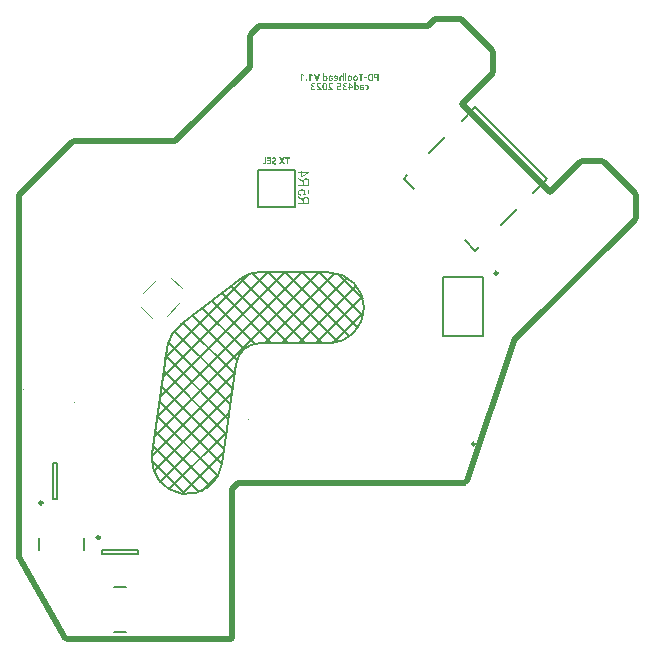
<source format=gbr>
%TF.GenerationSoftware,Altium Limited,Altium Designer,23.11.1 (41)*%
G04 Layer_Color=32896*
%FSLAX26Y26*%
%MOIN*%
%TF.SameCoordinates,A059C263-CE59-4A5C-BE38-7B1504CAFB6E*%
%TF.FilePolarity,Positive*%
%TF.FileFunction,Legend,Bot*%
%TF.Part,CustomerPanel*%
G01*
G75*
%TA.AperFunction,NonConductor*%
%ADD87C,0.019685*%
%ADD88C,0.008000*%
%ADD89C,0.003937*%
%ADD90C,0.009842*%
%ADD91C,0.007874*%
G36*
X1265456Y1585393D02*
X1272333Y1573092D01*
X1267224D01*
X1262705Y1581738D01*
X1262665D01*
X1258185Y1573092D01*
X1253076D01*
X1259954Y1585393D01*
X1253587Y1596869D01*
X1258657D01*
X1262665Y1589087D01*
X1262705D01*
X1266752Y1596869D01*
X1271822D01*
X1265456Y1585393D01*
D02*
G37*
G36*
X1288289Y1593017D02*
X1283219D01*
Y1573092D01*
X1278582D01*
Y1593017D01*
X1273591D01*
Y1596869D01*
X1288289D01*
Y1593017D01*
D02*
G37*
G36*
X1225566Y1573092D02*
X1212911D01*
Y1576944D01*
X1221046D01*
Y1583232D01*
X1213697D01*
Y1587044D01*
X1221046D01*
Y1593017D01*
X1212911D01*
Y1596869D01*
X1225566D01*
Y1573092D01*
D02*
G37*
G36*
X1209217D02*
X1197191D01*
Y1576944D01*
X1204580D01*
Y1596869D01*
X1209217D01*
Y1573092D01*
D02*
G37*
G36*
X1236059Y1597262D02*
X1236688Y1597222D01*
X1237238Y1597144D01*
X1237710Y1597065D01*
X1238103Y1596947D01*
X1238378Y1596869D01*
X1238574Y1596829D01*
X1238653Y1596790D01*
X1239164Y1596593D01*
X1239635Y1596358D01*
X1240028Y1596122D01*
X1240382Y1595886D01*
X1240697Y1595650D01*
X1240893Y1595493D01*
X1241050Y1595375D01*
X1241090Y1595336D01*
X1241443Y1594982D01*
X1241758Y1594629D01*
X1241993Y1594236D01*
X1242229Y1593882D01*
X1242386Y1593607D01*
X1242504Y1593371D01*
X1242583Y1593174D01*
X1242622Y1593135D01*
X1242819Y1592624D01*
X1242937Y1592153D01*
X1243054Y1591642D01*
X1243094Y1591209D01*
X1243133Y1590816D01*
X1243172Y1590502D01*
Y1590305D01*
Y1590227D01*
X1243133Y1589598D01*
X1243054Y1589009D01*
X1242976Y1588498D01*
X1242819Y1588065D01*
X1242701Y1587712D01*
X1242622Y1587476D01*
X1242544Y1587279D01*
X1242504Y1587240D01*
X1242229Y1586808D01*
X1241915Y1586415D01*
X1241640Y1586100D01*
X1241365Y1585786D01*
X1241129Y1585550D01*
X1240932Y1585393D01*
X1240814Y1585275D01*
X1240775Y1585236D01*
X1239989Y1584686D01*
X1239635Y1584410D01*
X1239282Y1584214D01*
X1239007Y1584057D01*
X1238771Y1583939D01*
X1238614Y1583860D01*
X1238574Y1583821D01*
X1237710Y1583428D01*
X1237317Y1583232D01*
X1237002Y1583035D01*
X1236727Y1582917D01*
X1236531Y1582799D01*
X1236373Y1582721D01*
X1236334Y1582681D01*
X1235980Y1582485D01*
X1235627Y1582249D01*
X1235352Y1582053D01*
X1235116Y1581856D01*
X1234919Y1581659D01*
X1234762Y1581542D01*
X1234684Y1581463D01*
X1234644Y1581424D01*
X1234409Y1581149D01*
X1234251Y1580873D01*
X1234094Y1580598D01*
X1234015Y1580323D01*
X1233976Y1580088D01*
X1233937Y1579891D01*
Y1579773D01*
Y1579734D01*
X1233976Y1579262D01*
X1234094Y1578869D01*
X1234251Y1578515D01*
X1234409Y1578201D01*
X1234605Y1577965D01*
X1234762Y1577808D01*
X1234880Y1577690D01*
X1234919Y1577651D01*
X1235312Y1577376D01*
X1235745Y1577179D01*
X1236177Y1577061D01*
X1236570Y1576983D01*
X1236963Y1576904D01*
X1237277Y1576865D01*
X1237553D01*
X1238378Y1576904D01*
X1238771Y1576983D01*
X1239124Y1577022D01*
X1239400Y1577101D01*
X1239635Y1577140D01*
X1239793Y1577179D01*
X1239832D01*
X1240618Y1577454D01*
X1240972Y1577572D01*
X1241286Y1577690D01*
X1241561Y1577808D01*
X1241758Y1577887D01*
X1241876Y1577965D01*
X1241915D01*
X1243447Y1573957D01*
X1242426Y1573524D01*
X1241915Y1573367D01*
X1241483Y1573249D01*
X1241090Y1573131D01*
X1240814Y1573053D01*
X1240618Y1573014D01*
X1240539D01*
X1239360Y1572817D01*
X1238810Y1572778D01*
X1238339Y1572738D01*
X1237906Y1572699D01*
X1237317D01*
X1236609Y1572738D01*
X1235980Y1572778D01*
X1235391Y1572856D01*
X1234880Y1572974D01*
X1234487Y1573053D01*
X1234173Y1573131D01*
X1233976Y1573171D01*
X1233898Y1573210D01*
X1233347Y1573407D01*
X1232836Y1573642D01*
X1232404Y1573917D01*
X1232051Y1574153D01*
X1231736Y1574350D01*
X1231540Y1574546D01*
X1231382Y1574664D01*
X1231343Y1574703D01*
X1230950Y1575096D01*
X1230636Y1575489D01*
X1230361Y1575843D01*
X1230125Y1576197D01*
X1229968Y1576511D01*
X1229850Y1576747D01*
X1229771Y1576944D01*
X1229732Y1576983D01*
X1229535Y1577494D01*
X1229417Y1578005D01*
X1229300Y1578515D01*
X1229260Y1578987D01*
X1229221Y1579380D01*
X1229182Y1579695D01*
Y1579891D01*
Y1579970D01*
X1229221Y1580598D01*
X1229300Y1581188D01*
X1229417Y1581699D01*
X1229535Y1582092D01*
X1229653Y1582446D01*
X1229771Y1582721D01*
X1229850Y1582878D01*
X1229889Y1582917D01*
X1230164Y1583349D01*
X1230439Y1583742D01*
X1230714Y1584057D01*
X1230989Y1584371D01*
X1231264Y1584607D01*
X1231422Y1584764D01*
X1231579Y1584882D01*
X1231618Y1584921D01*
X1232404Y1585511D01*
X1232758Y1585747D01*
X1233112Y1585983D01*
X1233426Y1586140D01*
X1233662Y1586258D01*
X1233819Y1586336D01*
X1233858Y1586376D01*
X1234723Y1586808D01*
X1235116Y1587004D01*
X1235470Y1587201D01*
X1235745Y1587319D01*
X1235941Y1587437D01*
X1236098Y1587515D01*
X1236138Y1587554D01*
X1236845Y1587987D01*
X1237120Y1588223D01*
X1237395Y1588419D01*
X1237592Y1588576D01*
X1237749Y1588694D01*
X1237828Y1588773D01*
X1237867Y1588812D01*
X1238103Y1589087D01*
X1238260Y1589362D01*
X1238378Y1589637D01*
X1238456Y1589912D01*
X1238496Y1590148D01*
X1238535Y1590345D01*
Y1590463D01*
Y1590502D01*
X1238496Y1590934D01*
X1238417Y1591367D01*
X1238260Y1591681D01*
X1238103Y1591995D01*
X1237946Y1592192D01*
X1237788Y1592388D01*
X1237710Y1592467D01*
X1237670Y1592506D01*
X1237317Y1592781D01*
X1236924Y1592978D01*
X1236491Y1593096D01*
X1236098Y1593214D01*
X1235784Y1593253D01*
X1235470Y1593292D01*
X1235234D01*
X1234448Y1593253D01*
X1234094Y1593214D01*
X1233780Y1593174D01*
X1233505Y1593096D01*
X1233308Y1593056D01*
X1233190Y1593017D01*
X1233151D01*
X1232444Y1592781D01*
X1232129Y1592664D01*
X1231893Y1592546D01*
X1231658Y1592428D01*
X1231500Y1592349D01*
X1231382Y1592310D01*
X1231343Y1592271D01*
X1229889Y1596004D01*
X1230754Y1596436D01*
X1231186Y1596593D01*
X1231579Y1596711D01*
X1231893Y1596829D01*
X1232168Y1596908D01*
X1232326Y1596947D01*
X1232404D01*
X1233465Y1597144D01*
X1233976Y1597222D01*
X1234448Y1597262D01*
X1234841Y1597301D01*
X1235430D01*
X1236059Y1597262D01*
D02*
G37*
G36*
X1468358Y1851771D02*
X1463917D01*
Y1865604D01*
X1463484Y1865801D01*
X1463091Y1865958D01*
X1462934Y1865997D01*
X1462816Y1866037D01*
X1462738Y1866076D01*
X1462698D01*
X1462187Y1866194D01*
X1461755Y1866233D01*
X1461559Y1866272D01*
X1461323D01*
X1460773Y1866233D01*
X1460301Y1866155D01*
X1459908Y1866037D01*
X1459554Y1865919D01*
X1459319Y1865762D01*
X1459122Y1865644D01*
X1459004Y1865565D01*
X1458965Y1865526D01*
X1458690Y1865211D01*
X1458454Y1864897D01*
X1458297Y1864504D01*
X1458218Y1864150D01*
X1458139Y1863836D01*
X1458100Y1863561D01*
Y1863403D01*
Y1863325D01*
Y1851771D01*
X1453620D01*
Y1863796D01*
Y1864307D01*
X1453699Y1864818D01*
X1453895Y1865722D01*
X1454170Y1866469D01*
X1454485Y1867098D01*
X1454799Y1867609D01*
X1455074Y1867962D01*
X1455271Y1868159D01*
X1455310Y1868237D01*
X1455349D01*
X1456057Y1868748D01*
X1456803Y1869141D01*
X1457629Y1869416D01*
X1458415Y1869574D01*
X1459083Y1869691D01*
X1459397Y1869731D01*
X1459672D01*
X1459869Y1869770D01*
X1460183D01*
X1460890Y1869731D01*
X1461244Y1869691D01*
X1461519Y1869652D01*
X1461794Y1869613D01*
X1461991Y1869574D01*
X1462109Y1869534D01*
X1462148D01*
X1462855Y1869338D01*
X1463131Y1869259D01*
X1463406Y1869141D01*
X1463602Y1869063D01*
X1463759Y1869023D01*
X1463877Y1868945D01*
X1463917D01*
Y1877591D01*
X1468358D01*
Y1851771D01*
D02*
G37*
G36*
X1357649Y1875076D02*
X1358160Y1874722D01*
X1358357Y1874565D01*
X1358514Y1874447D01*
X1358632Y1874368D01*
X1358671Y1874329D01*
X1359339Y1873897D01*
X1359693Y1873739D01*
X1360007Y1873582D01*
X1360243Y1873464D01*
X1360440Y1873346D01*
X1360597Y1873307D01*
X1360636Y1873268D01*
X1361422Y1872953D01*
X1361815Y1872835D01*
X1362169Y1872718D01*
X1362483Y1872600D01*
X1362719Y1872560D01*
X1362876Y1872482D01*
X1362916D01*
X1363780Y1872285D01*
X1364173Y1872167D01*
X1364527Y1872128D01*
X1364841Y1872050D01*
X1365077Y1872010D01*
X1365234Y1871971D01*
X1365274D01*
X1364605Y1868552D01*
X1363977Y1868670D01*
X1363427Y1868788D01*
X1363191Y1868827D01*
X1363034Y1868866D01*
X1362916Y1868906D01*
X1362876D01*
X1362208Y1869063D01*
X1361933Y1869141D01*
X1361658Y1869181D01*
X1361461Y1869259D01*
X1361304Y1869299D01*
X1361186Y1869338D01*
X1361147D01*
X1360518Y1869534D01*
X1360243Y1869613D01*
X1360007Y1869691D01*
X1359772Y1869770D01*
X1359614Y1869849D01*
X1359536Y1869888D01*
X1359496D01*
X1358946Y1870124D01*
X1358514Y1870320D01*
X1358357Y1870399D01*
X1358239Y1870477D01*
X1358200Y1870517D01*
X1358160D01*
Y1851771D01*
X1353601D01*
Y1875547D01*
X1357178D01*
X1357649Y1875076D01*
D02*
G37*
G36*
X1329000Y1875075D02*
X1329511Y1874722D01*
X1329707Y1874565D01*
X1329864Y1874447D01*
X1329982Y1874368D01*
X1330022Y1874329D01*
X1330690Y1873897D01*
X1331043Y1873739D01*
X1331358Y1873582D01*
X1331593Y1873464D01*
X1331790Y1873346D01*
X1331947Y1873307D01*
X1331986Y1873268D01*
X1332773Y1872953D01*
X1333166Y1872835D01*
X1333519Y1872717D01*
X1333834Y1872600D01*
X1334069Y1872560D01*
X1334227Y1872482D01*
X1334266D01*
X1335130Y1872285D01*
X1335524Y1872167D01*
X1335877Y1872128D01*
X1336192Y1872049D01*
X1336427Y1872010D01*
X1336585Y1871971D01*
X1336624D01*
X1335956Y1868552D01*
X1335327Y1868670D01*
X1334777Y1868787D01*
X1334541Y1868827D01*
X1334384Y1868866D01*
X1334266Y1868905D01*
X1334227D01*
X1333559Y1869063D01*
X1333283Y1869141D01*
X1333008Y1869180D01*
X1332812Y1869259D01*
X1332655Y1869298D01*
X1332537Y1869338D01*
X1332497D01*
X1331869Y1869534D01*
X1331593Y1869613D01*
X1331358Y1869691D01*
X1331122Y1869770D01*
X1330965Y1869849D01*
X1330886Y1869888D01*
X1330847D01*
X1330297Y1870124D01*
X1329864Y1870320D01*
X1329707Y1870399D01*
X1329589Y1870477D01*
X1329550Y1870517D01*
X1329511D01*
Y1851771D01*
X1324952D01*
Y1875547D01*
X1328528D01*
X1329000Y1875075D01*
D02*
G37*
G36*
X1425599Y1869809D02*
X1426228Y1869770D01*
X1426778Y1869691D01*
X1427250Y1869613D01*
X1427603Y1869534D01*
X1427839Y1869495D01*
X1427879Y1869456D01*
X1427918D01*
X1428547Y1869299D01*
X1429097Y1869141D01*
X1429608Y1869023D01*
X1430001Y1868866D01*
X1430354Y1868748D01*
X1430590Y1868670D01*
X1430747Y1868630D01*
X1430787Y1868591D01*
X1429686Y1865565D01*
X1429333Y1865722D01*
X1428979Y1865801D01*
X1428704Y1865879D01*
X1428665Y1865919D01*
X1428625D01*
X1428154Y1866076D01*
X1427761Y1866155D01*
X1427603Y1866233D01*
X1427486D01*
X1427407Y1866272D01*
X1427368D01*
X1426857Y1866390D01*
X1426464Y1866469D01*
X1426267D01*
X1426149Y1866508D01*
X1426031D01*
X1425521Y1866587D01*
X1425088Y1866626D01*
X1424695D01*
X1424145Y1866587D01*
X1423673Y1866547D01*
X1423280Y1866430D01*
X1422927Y1866351D01*
X1422652Y1866233D01*
X1422455Y1866115D01*
X1422337Y1866076D01*
X1422298Y1866037D01*
X1421984Y1865801D01*
X1421787Y1865486D01*
X1421630Y1865172D01*
X1421512Y1864858D01*
X1421433Y1864543D01*
X1421394Y1864307D01*
Y1864150D01*
Y1864072D01*
Y1863168D01*
X1422141Y1863128D01*
X1422848Y1863050D01*
X1423516Y1862971D01*
X1424106Y1862893D01*
X1424577Y1862853D01*
X1424970Y1862775D01*
X1425206Y1862735D01*
X1425285D01*
X1425953Y1862618D01*
X1426582Y1862460D01*
X1427132Y1862303D01*
X1427643Y1862146D01*
X1428036Y1862028D01*
X1428311Y1861910D01*
X1428507Y1861832D01*
X1428586Y1861792D01*
X1429097Y1861556D01*
X1429568Y1861242D01*
X1429961Y1860967D01*
X1430276Y1860692D01*
X1430551Y1860417D01*
X1430747Y1860220D01*
X1430865Y1860063D01*
X1430905Y1860024D01*
X1431180Y1859552D01*
X1431416Y1859081D01*
X1431573Y1858609D01*
X1431651Y1858137D01*
X1431730Y1857705D01*
X1431769Y1857391D01*
Y1857155D01*
Y1857116D01*
Y1857076D01*
X1431730Y1856565D01*
X1431691Y1856133D01*
X1431455Y1855268D01*
X1431140Y1854561D01*
X1430787Y1853972D01*
X1430433Y1853500D01*
X1430119Y1853146D01*
X1429883Y1852950D01*
X1429843Y1852871D01*
X1429804D01*
X1429411Y1852596D01*
X1428979Y1852360D01*
X1428036Y1852006D01*
X1427014Y1851731D01*
X1426031Y1851574D01*
X1425599Y1851496D01*
X1425167Y1851456D01*
X1424774Y1851417D01*
X1424459D01*
X1424184Y1851378D01*
X1423045D01*
X1422337Y1851456D01*
X1421708Y1851496D01*
X1421119Y1851574D01*
X1420647Y1851653D01*
X1420294Y1851692D01*
X1420058Y1851771D01*
X1419979D01*
X1419311Y1851928D01*
X1418761Y1852046D01*
X1418289Y1852203D01*
X1417857Y1852321D01*
X1417543Y1852439D01*
X1417346Y1852557D01*
X1417189Y1852596D01*
X1417150Y1852635D01*
Y1863561D01*
Y1864189D01*
X1417228Y1864740D01*
X1417307Y1865251D01*
X1417425Y1865762D01*
X1417582Y1866194D01*
X1417739Y1866587D01*
X1417896Y1866940D01*
X1418053Y1867255D01*
X1418250Y1867530D01*
X1418407Y1867766D01*
X1418722Y1868120D01*
X1418918Y1868316D01*
X1418957Y1868395D01*
X1418997D01*
X1419743Y1868906D01*
X1420608Y1869259D01*
X1421473Y1869534D01*
X1422298Y1869691D01*
X1423045Y1869809D01*
X1423398Y1869849D01*
X1423673D01*
X1423909Y1869888D01*
X1424931D01*
X1425599Y1869809D01*
D02*
G37*
G36*
X1544639Y1860535D02*
X1535207D01*
Y1864347D01*
X1544639D01*
Y1860535D01*
D02*
G37*
G36*
X1380561Y1851771D02*
X1375649D01*
X1368339Y1875547D01*
X1373369D01*
X1377378Y1860063D01*
X1377574Y1859277D01*
X1377653Y1858923D01*
X1377732Y1858609D01*
X1377771Y1858334D01*
X1377810Y1858137D01*
X1377850Y1858019D01*
Y1857980D01*
X1377889Y1857666D01*
X1377967Y1857391D01*
X1378007Y1857155D01*
Y1856958D01*
X1378046Y1856801D01*
X1378085Y1856723D01*
Y1856683D01*
Y1856644D01*
X1378164D01*
X1378203Y1856801D01*
X1378243Y1856998D01*
X1378282Y1857155D01*
Y1857194D01*
X1378321Y1857508D01*
X1378361Y1857784D01*
X1378400Y1857980D01*
Y1858019D01*
Y1858059D01*
X1378478Y1858412D01*
X1378518Y1858727D01*
X1378557Y1858963D01*
X1378596Y1859002D01*
Y1859041D01*
X1378675Y1859434D01*
X1378754Y1859749D01*
X1378793Y1859984D01*
X1378832Y1860024D01*
Y1860063D01*
X1382841Y1875547D01*
X1387871D01*
X1380561Y1851771D01*
D02*
G37*
G36*
X1442695Y1869849D02*
X1443323Y1869770D01*
X1443913Y1869652D01*
X1444424Y1869534D01*
X1444856Y1869416D01*
X1445170Y1869299D01*
X1445367Y1869220D01*
X1445446Y1869181D01*
X1445996Y1868906D01*
X1446507Y1868591D01*
X1446939Y1868277D01*
X1447332Y1868002D01*
X1447607Y1867726D01*
X1447843Y1867491D01*
X1448000Y1867333D01*
X1448039Y1867294D01*
X1448393Y1866823D01*
X1448747Y1866312D01*
X1449022Y1865840D01*
X1449258Y1865369D01*
X1449415Y1864976D01*
X1449533Y1864622D01*
X1449611Y1864425D01*
X1449651Y1864386D01*
Y1864347D01*
X1449847Y1863718D01*
X1449965Y1863050D01*
X1450083Y1862421D01*
X1450122Y1861832D01*
X1450162Y1861360D01*
X1450201Y1860967D01*
Y1860810D01*
Y1860692D01*
Y1860652D01*
Y1860613D01*
X1450162Y1859867D01*
X1450122Y1859198D01*
X1450044Y1858570D01*
X1449926Y1857980D01*
X1449808Y1857548D01*
X1449729Y1857194D01*
X1449690Y1856958D01*
X1449651Y1856919D01*
Y1856880D01*
X1449415Y1856251D01*
X1449140Y1855701D01*
X1448825Y1855190D01*
X1448550Y1854757D01*
X1448314Y1854404D01*
X1448118Y1854168D01*
X1447961Y1853972D01*
X1447921Y1853932D01*
X1447489Y1853500D01*
X1447018Y1853107D01*
X1446546Y1852793D01*
X1446114Y1852517D01*
X1445721Y1852321D01*
X1445406Y1852164D01*
X1445210Y1852085D01*
X1445131Y1852046D01*
X1444502Y1851810D01*
X1443834Y1851653D01*
X1443206Y1851535D01*
X1442577Y1851456D01*
X1442066Y1851417D01*
X1441633Y1851378D01*
X1440572D01*
X1439865Y1851417D01*
X1439236Y1851496D01*
X1438686Y1851574D01*
X1438254Y1851613D01*
X1437900Y1851692D01*
X1437664Y1851731D01*
X1437586D01*
X1436957Y1851889D01*
X1436407Y1852006D01*
X1435935Y1852164D01*
X1435503Y1852321D01*
X1435149Y1852439D01*
X1434913Y1852557D01*
X1434756Y1852596D01*
X1434717Y1852635D01*
X1436014Y1855976D01*
X1436760Y1855661D01*
X1437153Y1855504D01*
X1437507Y1855426D01*
X1437821Y1855308D01*
X1438057Y1855229D01*
X1438214Y1855190D01*
X1438293D01*
X1439236Y1854993D01*
X1439708Y1854954D01*
X1440101Y1854915D01*
X1440415Y1854875D01*
X1440926D01*
X1441633Y1854915D01*
X1442302Y1855033D01*
X1442852Y1855190D01*
X1443323Y1855347D01*
X1443716Y1855504D01*
X1443992Y1855661D01*
X1444149Y1855779D01*
X1444227Y1855819D01*
X1444660Y1856212D01*
X1445013Y1856683D01*
X1445288Y1857194D01*
X1445524Y1857666D01*
X1445681Y1858098D01*
X1445760Y1858452D01*
X1445839Y1858688D01*
Y1858727D01*
Y1858766D01*
X1434442Y1860299D01*
X1434402Y1860574D01*
X1434363Y1860810D01*
Y1860967D01*
Y1861045D01*
Y1861832D01*
X1434402Y1862500D01*
X1434442Y1863089D01*
X1434520Y1863679D01*
X1434599Y1864150D01*
X1434717Y1864543D01*
X1434795Y1864858D01*
X1434835Y1865015D01*
X1434874Y1865093D01*
X1435070Y1865644D01*
X1435306Y1866115D01*
X1435581Y1866547D01*
X1435817Y1866940D01*
X1436014Y1867216D01*
X1436210Y1867451D01*
X1436328Y1867609D01*
X1436367Y1867648D01*
X1436721Y1868041D01*
X1437114Y1868355D01*
X1437507Y1868630D01*
X1437900Y1868866D01*
X1438214Y1869063D01*
X1438489Y1869181D01*
X1438647Y1869259D01*
X1438725Y1869299D01*
X1439275Y1869495D01*
X1439826Y1869652D01*
X1440376Y1869731D01*
X1440887Y1869809D01*
X1441319Y1869849D01*
X1441673Y1869888D01*
X1441987D01*
X1442695Y1869849D01*
D02*
G37*
G36*
X1579026Y1875940D02*
X1579655Y1875862D01*
X1580205Y1875822D01*
X1580677Y1875744D01*
X1581031Y1875665D01*
X1581266Y1875626D01*
X1581345D01*
X1581974Y1875469D01*
X1582563Y1875311D01*
X1583074Y1875154D01*
X1583546Y1875036D01*
X1583939Y1874879D01*
X1584214Y1874801D01*
X1584371Y1874722D01*
X1584450Y1874683D01*
Y1851771D01*
X1579930D01*
Y1861006D01*
X1579616Y1860967D01*
X1579301Y1860928D01*
X1579026Y1860888D01*
X1578948D01*
X1578476Y1860849D01*
X1577729D01*
X1576904Y1860888D01*
X1576118Y1860928D01*
X1575411Y1861006D01*
X1574821Y1861124D01*
X1574350Y1861242D01*
X1573996Y1861321D01*
X1573760Y1861360D01*
X1573681Y1861399D01*
X1573053Y1861635D01*
X1572503Y1861871D01*
X1571992Y1862146D01*
X1571559Y1862382D01*
X1571245Y1862578D01*
X1570970Y1862775D01*
X1570813Y1862893D01*
X1570773Y1862932D01*
X1570341Y1863325D01*
X1569987Y1863757D01*
X1569712Y1864150D01*
X1569437Y1864504D01*
X1569241Y1864858D01*
X1569123Y1865093D01*
X1569044Y1865251D01*
X1569005Y1865329D01*
X1568808Y1865840D01*
X1568651Y1866390D01*
X1568572Y1866862D01*
X1568494Y1867333D01*
X1568455Y1867726D01*
X1568415Y1868041D01*
Y1868237D01*
Y1868316D01*
X1568455Y1868945D01*
X1568533Y1869574D01*
X1568651Y1870124D01*
X1568769Y1870674D01*
X1569162Y1871617D01*
X1569359Y1872050D01*
X1569594Y1872403D01*
X1569830Y1872757D01*
X1570027Y1873071D01*
X1570223Y1873307D01*
X1570420Y1873504D01*
X1570537Y1873700D01*
X1570655Y1873818D01*
X1570734Y1873857D01*
X1570773Y1873897D01*
X1571245Y1874250D01*
X1571756Y1874604D01*
X1572267Y1874879D01*
X1572817Y1875115D01*
X1573957Y1875469D01*
X1575057Y1875704D01*
X1575568Y1875822D01*
X1576040Y1875862D01*
X1576472Y1875901D01*
X1576825Y1875940D01*
X1577140Y1875979D01*
X1578319D01*
X1579026Y1875940D01*
D02*
G37*
G36*
X1532338Y1871696D02*
X1527268D01*
Y1851771D01*
X1522631D01*
Y1871696D01*
X1517640D01*
Y1875547D01*
X1532338D01*
Y1871696D01*
D02*
G37*
G36*
X1476925Y1851771D02*
X1472445D01*
Y1877591D01*
X1476925D01*
Y1851771D01*
D02*
G37*
G36*
X1344248Y1857076D02*
X1344602Y1856998D01*
X1344838Y1856919D01*
X1344877Y1856880D01*
X1344916D01*
X1345270Y1856683D01*
X1345545Y1856487D01*
X1345742Y1856330D01*
X1345820Y1856251D01*
X1346056Y1855976D01*
X1346252Y1855701D01*
X1346370Y1855465D01*
X1346410Y1855426D01*
Y1855386D01*
X1346527Y1854993D01*
X1346606Y1854640D01*
X1346645Y1854482D01*
Y1854404D01*
Y1854325D01*
Y1854286D01*
X1346606Y1853854D01*
X1346527Y1853500D01*
X1346449Y1853264D01*
X1346410Y1853225D01*
Y1853186D01*
X1346213Y1852832D01*
X1346017Y1852557D01*
X1345859Y1852360D01*
X1345820Y1852282D01*
X1345506Y1852046D01*
X1345231Y1851889D01*
X1344995Y1851771D01*
X1344956Y1851731D01*
X1344916D01*
X1344523Y1851613D01*
X1344169Y1851535D01*
X1344012Y1851496D01*
X1343816D01*
X1343383Y1851535D01*
X1343030Y1851613D01*
X1342794Y1851692D01*
X1342755Y1851731D01*
X1342715D01*
X1342362Y1851889D01*
X1342087Y1852085D01*
X1341890Y1852242D01*
X1341812Y1852282D01*
X1341536Y1852596D01*
X1341379Y1852871D01*
X1341261Y1853107D01*
X1341222Y1853146D01*
Y1853186D01*
X1341065Y1853579D01*
X1341025Y1853932D01*
X1340986Y1854089D01*
Y1854168D01*
Y1854247D01*
Y1854286D01*
X1341025Y1854718D01*
X1341104Y1855072D01*
X1341183Y1855308D01*
X1341222Y1855347D01*
Y1855386D01*
X1341379Y1855740D01*
X1341576Y1856015D01*
X1341733Y1856172D01*
X1341812Y1856251D01*
X1342126Y1856526D01*
X1342401Y1856723D01*
X1342637Y1856840D01*
X1342676Y1856880D01*
X1342715D01*
X1343108Y1857037D01*
X1343462Y1857076D01*
X1343619Y1857116D01*
X1343816D01*
X1344248Y1857076D01*
D02*
G37*
G36*
X1559966Y1875901D02*
X1560595Y1875862D01*
X1561145Y1875783D01*
X1561577Y1875704D01*
X1561931Y1875665D01*
X1562167Y1875586D01*
X1562245D01*
X1562874Y1875429D01*
X1563424Y1875311D01*
X1563896Y1875154D01*
X1564289Y1874997D01*
X1564642Y1874879D01*
X1564878Y1874761D01*
X1565035Y1874722D01*
X1565075Y1874683D01*
Y1852635D01*
X1564642Y1852439D01*
X1564171Y1852282D01*
X1563739Y1852124D01*
X1563267Y1851967D01*
X1562874Y1851889D01*
X1562560Y1851810D01*
X1562363Y1851731D01*
X1562284D01*
X1560988Y1851535D01*
X1560359Y1851456D01*
X1559769Y1851417D01*
X1559258D01*
X1558905Y1851378D01*
X1558551D01*
X1557647Y1851417D01*
X1556783Y1851496D01*
X1555996Y1851653D01*
X1555250Y1851849D01*
X1554542Y1852085D01*
X1553914Y1852360D01*
X1553324Y1852635D01*
X1552813Y1852950D01*
X1552342Y1853225D01*
X1551949Y1853500D01*
X1551595Y1853775D01*
X1551320Y1854011D01*
X1551084Y1854207D01*
X1550927Y1854364D01*
X1550848Y1854443D01*
X1550809Y1854482D01*
X1550298Y1855111D01*
X1549905Y1855779D01*
X1549512Y1856487D01*
X1549198Y1857233D01*
X1548922Y1858019D01*
X1548687Y1858766D01*
X1548530Y1859513D01*
X1548372Y1860259D01*
X1548254Y1860967D01*
X1548176Y1861596D01*
X1548097Y1862185D01*
X1548058Y1862696D01*
X1548019Y1863089D01*
Y1863403D01*
Y1863600D01*
Y1863679D01*
X1548058Y1864779D01*
X1548137Y1865801D01*
X1548294Y1866744D01*
X1548451Y1867648D01*
X1548647Y1868473D01*
X1548883Y1869220D01*
X1549158Y1869888D01*
X1549394Y1870517D01*
X1549669Y1871067D01*
X1549944Y1871539D01*
X1550180Y1871932D01*
X1550377Y1872246D01*
X1550534Y1872521D01*
X1550691Y1872678D01*
X1550770Y1872796D01*
X1550809Y1872835D01*
X1551359Y1873386D01*
X1551949Y1873857D01*
X1552538Y1874290D01*
X1553167Y1874643D01*
X1553835Y1874958D01*
X1554464Y1875233D01*
X1555093Y1875429D01*
X1555721Y1875586D01*
X1556272Y1875704D01*
X1556822Y1875822D01*
X1557293Y1875901D01*
X1557726Y1875940D01*
X1558079Y1875979D01*
X1559258D01*
X1559966Y1875901D01*
D02*
G37*
G36*
X1507933Y1869849D02*
X1508561Y1869770D01*
X1509151Y1869652D01*
X1509662Y1869534D01*
X1510094Y1869416D01*
X1510409Y1869299D01*
X1510605Y1869220D01*
X1510684Y1869181D01*
X1511234Y1868906D01*
X1511705Y1868591D01*
X1512138Y1868237D01*
X1512491Y1867923D01*
X1512806Y1867648D01*
X1513002Y1867412D01*
X1513159Y1867255D01*
X1513199Y1867216D01*
X1513553Y1866744D01*
X1513867Y1866233D01*
X1514142Y1865762D01*
X1514339Y1865290D01*
X1514496Y1864897D01*
X1514653Y1864582D01*
X1514692Y1864386D01*
X1514732Y1864347D01*
Y1864307D01*
X1514889Y1863679D01*
X1515007Y1863011D01*
X1515124Y1862382D01*
X1515164Y1861832D01*
X1515203Y1861321D01*
X1515242Y1860967D01*
Y1860810D01*
Y1860692D01*
Y1860652D01*
Y1860613D01*
X1515203Y1859906D01*
X1515164Y1859198D01*
X1515085Y1858570D01*
X1514967Y1858019D01*
X1514889Y1857587D01*
X1514810Y1857233D01*
X1514771Y1856998D01*
X1514732Y1856958D01*
Y1856919D01*
X1514535Y1856290D01*
X1514260Y1855740D01*
X1514024Y1855229D01*
X1513788Y1854797D01*
X1513553Y1854443D01*
X1513356Y1854207D01*
X1513238Y1854011D01*
X1513199Y1853972D01*
X1512806Y1853539D01*
X1512373Y1853146D01*
X1511941Y1852832D01*
X1511548Y1852557D01*
X1511195Y1852321D01*
X1510919Y1852164D01*
X1510762Y1852085D01*
X1510684Y1852046D01*
X1510094Y1851810D01*
X1509505Y1851653D01*
X1508915Y1851535D01*
X1508365Y1851456D01*
X1507933Y1851417D01*
X1507540Y1851378D01*
X1507225D01*
X1506518Y1851417D01*
X1505889Y1851496D01*
X1505300Y1851574D01*
X1504789Y1851731D01*
X1504396Y1851849D01*
X1504081Y1851928D01*
X1503885Y1852006D01*
X1503806Y1852046D01*
X1503256Y1852321D01*
X1502784Y1852635D01*
X1502352Y1852950D01*
X1501998Y1853264D01*
X1501684Y1853539D01*
X1501487Y1853775D01*
X1501330Y1853932D01*
X1501291Y1853972D01*
X1500937Y1854443D01*
X1500623Y1854954D01*
X1500348Y1855465D01*
X1500151Y1855937D01*
X1499955Y1856330D01*
X1499837Y1856644D01*
X1499797Y1856840D01*
X1499758Y1856919D01*
X1499562Y1857587D01*
X1499444Y1858216D01*
X1499326Y1858845D01*
X1499287Y1859434D01*
X1499247Y1859906D01*
X1499208Y1860299D01*
Y1860417D01*
Y1860535D01*
Y1860574D01*
Y1860613D01*
X1499247Y1861360D01*
X1499287Y1862028D01*
X1499365Y1862657D01*
X1499483Y1863207D01*
X1499601Y1863679D01*
X1499680Y1864032D01*
X1499719Y1864229D01*
X1499758Y1864307D01*
X1499955Y1864936D01*
X1500230Y1865486D01*
X1500466Y1865958D01*
X1500701Y1866390D01*
X1500937Y1866744D01*
X1501134Y1867019D01*
X1501252Y1867176D01*
X1501291Y1867216D01*
X1501684Y1867648D01*
X1502116Y1868041D01*
X1502549Y1868395D01*
X1502941Y1868670D01*
X1503295Y1868906D01*
X1503570Y1869063D01*
X1503727Y1869141D01*
X1503806Y1869181D01*
X1504396Y1869416D01*
X1504985Y1869574D01*
X1505535Y1869731D01*
X1506085Y1869809D01*
X1506518Y1869849D01*
X1506911Y1869888D01*
X1507225D01*
X1507933Y1869849D01*
D02*
G37*
G36*
X1489108D02*
X1489737Y1869770D01*
X1490326Y1869652D01*
X1490837Y1869534D01*
X1491269Y1869416D01*
X1491584Y1869299D01*
X1491780Y1869220D01*
X1491859Y1869181D01*
X1492409Y1868906D01*
X1492881Y1868591D01*
X1493313Y1868237D01*
X1493667Y1867923D01*
X1493981Y1867648D01*
X1494178Y1867412D01*
X1494335Y1867255D01*
X1494374Y1867216D01*
X1494728Y1866744D01*
X1495042Y1866233D01*
X1495317Y1865762D01*
X1495514Y1865290D01*
X1495671Y1864897D01*
X1495828Y1864582D01*
X1495868Y1864386D01*
X1495907Y1864347D01*
Y1864307D01*
X1496064Y1863679D01*
X1496182Y1863011D01*
X1496300Y1862382D01*
X1496339Y1861832D01*
X1496378Y1861321D01*
X1496418Y1860967D01*
Y1860810D01*
Y1860692D01*
Y1860652D01*
Y1860613D01*
X1496378Y1859906D01*
X1496339Y1859198D01*
X1496261Y1858570D01*
X1496143Y1858019D01*
X1496064Y1857587D01*
X1495985Y1857233D01*
X1495946Y1856998D01*
X1495907Y1856958D01*
Y1856919D01*
X1495710Y1856290D01*
X1495435Y1855740D01*
X1495199Y1855229D01*
X1494964Y1854797D01*
X1494728Y1854443D01*
X1494531Y1854207D01*
X1494413Y1854011D01*
X1494374Y1853972D01*
X1493981Y1853539D01*
X1493549Y1853146D01*
X1493117Y1852832D01*
X1492724Y1852557D01*
X1492370Y1852321D01*
X1492095Y1852164D01*
X1491938Y1852085D01*
X1491859Y1852046D01*
X1491269Y1851810D01*
X1490680Y1851653D01*
X1490090Y1851535D01*
X1489540Y1851456D01*
X1489108Y1851417D01*
X1488715Y1851378D01*
X1488400D01*
X1487693Y1851417D01*
X1487064Y1851496D01*
X1486475Y1851574D01*
X1485964Y1851731D01*
X1485571Y1851849D01*
X1485256Y1851928D01*
X1485060Y1852006D01*
X1484981Y1852046D01*
X1484431Y1852321D01*
X1483960Y1852635D01*
X1483527Y1852950D01*
X1483174Y1853264D01*
X1482859Y1853539D01*
X1482663Y1853775D01*
X1482505Y1853932D01*
X1482466Y1853972D01*
X1482112Y1854443D01*
X1481798Y1854954D01*
X1481523Y1855465D01*
X1481326Y1855937D01*
X1481130Y1856330D01*
X1481012Y1856644D01*
X1480973Y1856840D01*
X1480934Y1856919D01*
X1480737Y1857587D01*
X1480619Y1858216D01*
X1480501Y1858845D01*
X1480462Y1859434D01*
X1480423Y1859906D01*
X1480383Y1860299D01*
Y1860417D01*
Y1860535D01*
Y1860574D01*
Y1860613D01*
X1480423Y1861360D01*
X1480462Y1862028D01*
X1480541Y1862657D01*
X1480658Y1863207D01*
X1480776Y1863679D01*
X1480855Y1864032D01*
X1480894Y1864229D01*
X1480934Y1864307D01*
X1481130Y1864936D01*
X1481405Y1865486D01*
X1481641Y1865958D01*
X1481877Y1866390D01*
X1482112Y1866744D01*
X1482309Y1867019D01*
X1482427Y1867176D01*
X1482466Y1867216D01*
X1482859Y1867648D01*
X1483292Y1868041D01*
X1483724Y1868395D01*
X1484117Y1868670D01*
X1484470Y1868906D01*
X1484746Y1869063D01*
X1484903Y1869141D01*
X1484981Y1869181D01*
X1485571Y1869416D01*
X1486160Y1869574D01*
X1486711Y1869731D01*
X1487261Y1869809D01*
X1487693Y1869849D01*
X1488086Y1869888D01*
X1488400D01*
X1489108Y1869849D01*
D02*
G37*
G36*
X1402962Y1869299D02*
X1403316Y1869416D01*
X1403709Y1869495D01*
X1403866D01*
X1403984Y1869534D01*
X1404102D01*
X1404613Y1869613D01*
X1405045Y1869652D01*
X1405477D01*
X1406224Y1869613D01*
X1406892Y1869534D01*
X1407521Y1869456D01*
X1408032Y1869338D01*
X1408504Y1869181D01*
X1408818Y1869102D01*
X1409014Y1869023D01*
X1409093Y1868984D01*
X1409643Y1868709D01*
X1410154Y1868395D01*
X1410586Y1868080D01*
X1410979Y1867805D01*
X1411255Y1867530D01*
X1411490Y1867294D01*
X1411648Y1867137D01*
X1411687Y1867098D01*
X1412041Y1866626D01*
X1412394Y1866155D01*
X1412630Y1865683D01*
X1412866Y1865211D01*
X1413023Y1864818D01*
X1413180Y1864504D01*
X1413220Y1864307D01*
X1413259Y1864268D01*
Y1864229D01*
X1413416Y1863600D01*
X1413534Y1862932D01*
X1413652Y1862303D01*
X1413691Y1861714D01*
X1413730Y1861242D01*
X1413770Y1860849D01*
Y1860692D01*
Y1860574D01*
Y1860535D01*
Y1860495D01*
X1413730Y1859709D01*
X1413691Y1858963D01*
X1413573Y1858255D01*
X1413416Y1857626D01*
X1413259Y1857037D01*
X1413062Y1856487D01*
X1412866Y1855976D01*
X1412630Y1855504D01*
X1412434Y1855111D01*
X1412237Y1854757D01*
X1412041Y1854482D01*
X1411883Y1854207D01*
X1411726Y1854011D01*
X1411608Y1853893D01*
X1411569Y1853814D01*
X1411530Y1853775D01*
X1411097Y1853343D01*
X1410586Y1852989D01*
X1410076Y1852675D01*
X1409525Y1852399D01*
X1408975Y1852164D01*
X1408425Y1851967D01*
X1407364Y1851692D01*
X1406892Y1851574D01*
X1406421Y1851496D01*
X1405988Y1851456D01*
X1405635Y1851417D01*
X1405360Y1851378D01*
X1404181D01*
X1403473Y1851456D01*
X1402844Y1851496D01*
X1402255Y1851574D01*
X1401823Y1851653D01*
X1401469Y1851692D01*
X1401233Y1851771D01*
X1401155D01*
X1400526Y1851928D01*
X1400015Y1852046D01*
X1399543Y1852203D01*
X1399150Y1852321D01*
X1398836Y1852439D01*
X1398639Y1852557D01*
X1398482Y1852596D01*
X1398443Y1852635D01*
Y1877591D01*
X1402962D01*
Y1869299D01*
D02*
G37*
G36*
X1474351Y1844972D02*
X1474980Y1844893D01*
X1475530Y1844854D01*
X1476041Y1844775D01*
X1476394Y1844697D01*
X1476630Y1844657D01*
X1476709D01*
X1477377Y1844540D01*
X1478006Y1844382D01*
X1478595Y1844225D01*
X1479067Y1844068D01*
X1479460Y1843950D01*
X1479774Y1843832D01*
X1479971Y1843754D01*
X1480049Y1843714D01*
X1478752Y1840216D01*
X1477849Y1840531D01*
X1477416Y1840649D01*
X1477023Y1840767D01*
X1476709Y1840845D01*
X1476434Y1840924D01*
X1476276Y1840963D01*
X1476198D01*
X1475215Y1841160D01*
X1474744Y1841199D01*
X1474351Y1841238D01*
X1474036Y1841278D01*
X1473565D01*
X1472897Y1841238D01*
X1472347Y1841160D01*
X1471875Y1841042D01*
X1471443Y1840924D01*
X1471128Y1840767D01*
X1470932Y1840649D01*
X1470774Y1840570D01*
X1470735Y1840531D01*
X1470421Y1840256D01*
X1470185Y1839902D01*
X1469988Y1839588D01*
X1469871Y1839273D01*
X1469792Y1838959D01*
X1469753Y1838723D01*
Y1838566D01*
Y1838527D01*
Y1838252D01*
X1469831Y1837976D01*
X1469988Y1837505D01*
X1470067Y1837308D01*
X1470146Y1837190D01*
X1470185Y1837112D01*
X1470224Y1837072D01*
X1470617Y1836640D01*
X1471010Y1836286D01*
X1471207Y1836129D01*
X1471364Y1836011D01*
X1471443Y1835972D01*
X1471482Y1835933D01*
X1472150Y1835579D01*
X1472779Y1835343D01*
X1473054Y1835225D01*
X1473290Y1835147D01*
X1473447Y1835108D01*
X1473486D01*
X1474390Y1834911D01*
X1474822Y1834832D01*
X1475255Y1834793D01*
X1475608Y1834754D01*
X1475883Y1834715D01*
X1476119D01*
Y1831413D01*
X1475215D01*
X1474705Y1831374D01*
X1474272Y1831335D01*
X1473879Y1831295D01*
X1473565Y1831217D01*
X1473290Y1831178D01*
X1473132Y1831138D01*
X1473093D01*
X1472661Y1831060D01*
X1472229Y1830942D01*
X1471875Y1830824D01*
X1471561Y1830706D01*
X1471325Y1830588D01*
X1471128Y1830509D01*
X1471010Y1830470D01*
X1470971Y1830431D01*
X1470657Y1830274D01*
X1470381Y1830077D01*
X1470106Y1829881D01*
X1469910Y1829684D01*
X1469753Y1829527D01*
X1469635Y1829409D01*
X1469595Y1829330D01*
X1469556Y1829291D01*
X1469399Y1829016D01*
X1469242Y1828741D01*
X1469124Y1828191D01*
X1469085Y1827994D01*
X1469045Y1827798D01*
Y1827680D01*
Y1827640D01*
X1469085Y1827090D01*
X1469242Y1826579D01*
X1469438Y1826147D01*
X1469635Y1825793D01*
X1469871Y1825518D01*
X1470067Y1825283D01*
X1470224Y1825165D01*
X1470264Y1825125D01*
X1470735Y1824811D01*
X1471285Y1824575D01*
X1471836Y1824418D01*
X1472386Y1824300D01*
X1472857Y1824221D01*
X1473250Y1824182D01*
X1474194D01*
X1474744Y1824221D01*
X1475255Y1824261D01*
X1475726Y1824300D01*
X1476119Y1824339D01*
X1476394Y1824379D01*
X1476591Y1824418D01*
X1476669D01*
X1477220Y1824536D01*
X1477691Y1824654D01*
X1478124Y1824772D01*
X1478517Y1824889D01*
X1478792Y1825007D01*
X1479027Y1825086D01*
X1479185Y1825165D01*
X1479224D01*
X1480639Y1821667D01*
X1480089Y1821470D01*
X1479499Y1821274D01*
X1478949Y1821117D01*
X1478438Y1820999D01*
X1477966Y1820881D01*
X1477613Y1820842D01*
X1477377Y1820763D01*
X1477298D01*
X1476591Y1820645D01*
X1475923Y1820566D01*
X1475255Y1820488D01*
X1474705Y1820449D01*
X1474233D01*
X1473840Y1820409D01*
X1473525D01*
X1472739Y1820449D01*
X1471993Y1820488D01*
X1471364Y1820566D01*
X1470774Y1820684D01*
X1470303Y1820763D01*
X1469988Y1820842D01*
X1469753Y1820881D01*
X1469674Y1820920D01*
X1469085Y1821117D01*
X1468534Y1821352D01*
X1468024Y1821588D01*
X1467630Y1821824D01*
X1467277Y1822060D01*
X1467041Y1822217D01*
X1466884Y1822335D01*
X1466844Y1822374D01*
X1466412Y1822728D01*
X1466059Y1823121D01*
X1465744Y1823514D01*
X1465508Y1823868D01*
X1465312Y1824182D01*
X1465155Y1824418D01*
X1465076Y1824614D01*
X1465037Y1824654D01*
X1464840Y1825165D01*
X1464683Y1825676D01*
X1464565Y1826186D01*
X1464486Y1826658D01*
X1464447Y1827051D01*
X1464408Y1827365D01*
Y1827562D01*
Y1827640D01*
Y1828073D01*
X1464486Y1828505D01*
X1464526Y1828859D01*
X1464604Y1829213D01*
X1464683Y1829448D01*
X1464762Y1829684D01*
X1464801Y1829802D01*
X1464840Y1829841D01*
X1465194Y1830509D01*
X1465351Y1830824D01*
X1465548Y1831060D01*
X1465705Y1831256D01*
X1465823Y1831413D01*
X1465901Y1831492D01*
X1465941Y1831531D01*
X1466451Y1832042D01*
X1466962Y1832435D01*
X1467159Y1832553D01*
X1467316Y1832671D01*
X1467434Y1832710D01*
X1467473Y1832749D01*
X1468102Y1833103D01*
X1468417Y1833221D01*
X1468692Y1833339D01*
X1468927Y1833418D01*
X1469124Y1833496D01*
X1469242Y1833535D01*
X1469281D01*
Y1833614D01*
X1468731Y1833889D01*
X1468220Y1834164D01*
X1468063Y1834243D01*
X1467906Y1834361D01*
X1467827Y1834400D01*
X1467788Y1834439D01*
X1467277Y1834872D01*
X1466844Y1835265D01*
X1466687Y1835422D01*
X1466569Y1835540D01*
X1466491Y1835618D01*
X1466451Y1835658D01*
X1466059Y1836169D01*
X1465783Y1836640D01*
X1465666Y1836837D01*
X1465587Y1836994D01*
X1465548Y1837112D01*
Y1837151D01*
X1465351Y1837780D01*
X1465273Y1838330D01*
X1465233Y1838566D01*
Y1838723D01*
Y1838841D01*
Y1838880D01*
X1465273Y1839391D01*
X1465312Y1839863D01*
X1465548Y1840767D01*
X1465823Y1841513D01*
X1466176Y1842142D01*
X1466530Y1842653D01*
X1466844Y1843007D01*
X1467080Y1843243D01*
X1467120Y1843321D01*
X1467159D01*
X1467552Y1843636D01*
X1467945Y1843871D01*
X1468888Y1844304D01*
X1469831Y1844618D01*
X1470774Y1844815D01*
X1471207Y1844854D01*
X1471600Y1844932D01*
X1471993Y1844972D01*
X1472307D01*
X1472582Y1845011D01*
X1473643D01*
X1474351Y1844972D01*
D02*
G37*
G36*
X1427269D02*
X1427859Y1844893D01*
X1428370Y1844854D01*
X1428841Y1844775D01*
X1429156Y1844697D01*
X1429392Y1844657D01*
X1429470D01*
X1430099Y1844540D01*
X1430688Y1844382D01*
X1431239Y1844225D01*
X1431710Y1844068D01*
X1432143Y1843950D01*
X1432418Y1843832D01*
X1432614Y1843754D01*
X1432693Y1843714D01*
X1431396Y1840216D01*
X1430531Y1840531D01*
X1430099Y1840649D01*
X1429745Y1840767D01*
X1429392Y1840845D01*
X1429156Y1840924D01*
X1428959Y1840963D01*
X1428920D01*
X1427938Y1841120D01*
X1427505Y1841160D01*
X1427151Y1841199D01*
X1426837Y1841238D01*
X1426366D01*
X1425580Y1841199D01*
X1424911Y1841081D01*
X1424322Y1840924D01*
X1423850Y1840727D01*
X1423457Y1840531D01*
X1423222Y1840374D01*
X1423025Y1840256D01*
X1422986Y1840216D01*
X1422593Y1839823D01*
X1422318Y1839391D01*
X1422082Y1838959D01*
X1421964Y1838527D01*
X1421885Y1838173D01*
X1421807Y1837859D01*
Y1837662D01*
Y1837583D01*
X1421846Y1837151D01*
X1421885Y1836758D01*
X1422003Y1836404D01*
X1422082Y1836090D01*
X1422200Y1835815D01*
X1422318Y1835618D01*
X1422357Y1835461D01*
X1422396Y1835422D01*
X1422829Y1834715D01*
X1423064Y1834400D01*
X1423261Y1834086D01*
X1423418Y1833850D01*
X1423575Y1833653D01*
X1423654Y1833535D01*
X1423693Y1833496D01*
X1433872Y1820802D01*
X1416619D01*
Y1824496D01*
X1426287D01*
X1420078Y1831492D01*
X1419685Y1831964D01*
X1419331Y1832357D01*
X1419213Y1832553D01*
X1419095Y1832671D01*
X1419056Y1832749D01*
X1419016Y1832789D01*
X1418623Y1833339D01*
X1418309Y1833811D01*
X1418191Y1834007D01*
X1418112Y1834164D01*
X1418034Y1834243D01*
Y1834282D01*
X1417759Y1834911D01*
X1417523Y1835422D01*
X1417444Y1835658D01*
X1417405Y1835815D01*
X1417366Y1835933D01*
Y1835972D01*
X1417209Y1836640D01*
X1417169Y1836955D01*
X1417130Y1837230D01*
X1417091Y1837466D01*
Y1837662D01*
Y1837780D01*
Y1837819D01*
X1417130Y1838448D01*
X1417169Y1838998D01*
X1417287Y1839548D01*
X1417444Y1840059D01*
X1417798Y1840963D01*
X1418230Y1841710D01*
X1418427Y1842024D01*
X1418663Y1842299D01*
X1418859Y1842535D01*
X1419016Y1842732D01*
X1419174Y1842889D01*
X1419252Y1843007D01*
X1419331Y1843046D01*
X1419370Y1843085D01*
X1419802Y1843439D01*
X1420313Y1843714D01*
X1420824Y1843989D01*
X1421335Y1844186D01*
X1422436Y1844540D01*
X1423497Y1844775D01*
X1424007Y1844854D01*
X1424479Y1844893D01*
X1424872Y1844972D01*
X1425265D01*
X1425540Y1845011D01*
X1426641D01*
X1427269Y1844972D01*
D02*
G37*
G36*
X1387891D02*
X1388480Y1844893D01*
X1388991Y1844854D01*
X1389463Y1844775D01*
X1389777Y1844697D01*
X1390013Y1844657D01*
X1390092D01*
X1390720Y1844540D01*
X1391310Y1844382D01*
X1391860Y1844225D01*
X1392332Y1844068D01*
X1392764Y1843950D01*
X1393039Y1843832D01*
X1393236Y1843754D01*
X1393314Y1843714D01*
X1392017Y1840216D01*
X1391153Y1840531D01*
X1390720Y1840649D01*
X1390367Y1840767D01*
X1390013Y1840845D01*
X1389777Y1840924D01*
X1389581Y1840963D01*
X1389541D01*
X1388559Y1841120D01*
X1388127Y1841160D01*
X1387773Y1841199D01*
X1387458Y1841238D01*
X1386987D01*
X1386201Y1841199D01*
X1385533Y1841081D01*
X1384943Y1840924D01*
X1384472Y1840727D01*
X1384079Y1840531D01*
X1383843Y1840374D01*
X1383646Y1840256D01*
X1383607Y1840216D01*
X1383214Y1839823D01*
X1382939Y1839391D01*
X1382703Y1838959D01*
X1382585Y1838527D01*
X1382507Y1838173D01*
X1382428Y1837859D01*
Y1837662D01*
Y1837583D01*
X1382467Y1837151D01*
X1382507Y1836758D01*
X1382625Y1836404D01*
X1382703Y1836090D01*
X1382821Y1835815D01*
X1382939Y1835618D01*
X1382978Y1835461D01*
X1383018Y1835422D01*
X1383450Y1834715D01*
X1383686Y1834400D01*
X1383882Y1834086D01*
X1384039Y1833850D01*
X1384197Y1833653D01*
X1384275Y1833535D01*
X1384314Y1833496D01*
X1394493Y1820802D01*
X1377241D01*
Y1824496D01*
X1386908D01*
X1380699Y1831492D01*
X1380306Y1831964D01*
X1379952Y1832357D01*
X1379834Y1832553D01*
X1379716Y1832671D01*
X1379677Y1832749D01*
X1379638Y1832789D01*
X1379245Y1833339D01*
X1378930Y1833811D01*
X1378812Y1834007D01*
X1378734Y1834164D01*
X1378655Y1834243D01*
Y1834282D01*
X1378380Y1834911D01*
X1378144Y1835422D01*
X1378066Y1835658D01*
X1378026Y1835815D01*
X1377987Y1835933D01*
Y1835972D01*
X1377830Y1836640D01*
X1377791Y1836955D01*
X1377751Y1837230D01*
X1377712Y1837466D01*
Y1837662D01*
Y1837780D01*
Y1837819D01*
X1377751Y1838448D01*
X1377791Y1838998D01*
X1377909Y1839548D01*
X1378066Y1840059D01*
X1378419Y1840963D01*
X1378852Y1841710D01*
X1379048Y1842024D01*
X1379284Y1842299D01*
X1379481Y1842535D01*
X1379638Y1842732D01*
X1379795Y1842889D01*
X1379874Y1843007D01*
X1379952Y1843046D01*
X1379992Y1843085D01*
X1380424Y1843439D01*
X1380935Y1843714D01*
X1381446Y1843989D01*
X1381957Y1844186D01*
X1383057Y1844540D01*
X1384118Y1844775D01*
X1384629Y1844854D01*
X1385101Y1844893D01*
X1385494Y1844972D01*
X1385887D01*
X1386162Y1845011D01*
X1387262D01*
X1387891Y1844972D01*
D02*
G37*
G36*
X1367730D02*
X1368359Y1844893D01*
X1368909Y1844854D01*
X1369420Y1844775D01*
X1369774Y1844697D01*
X1370009Y1844657D01*
X1370088D01*
X1370756Y1844540D01*
X1371385Y1844382D01*
X1371974Y1844225D01*
X1372446Y1844068D01*
X1372839Y1843950D01*
X1373153Y1843832D01*
X1373350Y1843754D01*
X1373428Y1843714D01*
X1372131Y1840216D01*
X1371228Y1840531D01*
X1370795Y1840649D01*
X1370402Y1840767D01*
X1370088Y1840845D01*
X1369813Y1840924D01*
X1369656Y1840963D01*
X1369577D01*
X1368594Y1841160D01*
X1368123Y1841199D01*
X1367730Y1841238D01*
X1367416Y1841278D01*
X1366944D01*
X1366276Y1841238D01*
X1365726Y1841160D01*
X1365254Y1841042D01*
X1364822Y1840924D01*
X1364507Y1840767D01*
X1364311Y1840649D01*
X1364154Y1840570D01*
X1364114Y1840531D01*
X1363800Y1840256D01*
X1363564Y1839902D01*
X1363368Y1839588D01*
X1363250Y1839273D01*
X1363171Y1838959D01*
X1363132Y1838723D01*
Y1838566D01*
Y1838527D01*
Y1838252D01*
X1363210Y1837976D01*
X1363368Y1837505D01*
X1363446Y1837308D01*
X1363525Y1837190D01*
X1363564Y1837112D01*
X1363603Y1837072D01*
X1363996Y1836640D01*
X1364389Y1836286D01*
X1364586Y1836129D01*
X1364743Y1836011D01*
X1364822Y1835972D01*
X1364861Y1835933D01*
X1365529Y1835579D01*
X1366158Y1835343D01*
X1366433Y1835225D01*
X1366669Y1835147D01*
X1366826Y1835108D01*
X1366865D01*
X1367769Y1834911D01*
X1368201Y1834832D01*
X1368634Y1834793D01*
X1368987Y1834754D01*
X1369263Y1834715D01*
X1369498D01*
Y1831413D01*
X1368594D01*
X1368084Y1831374D01*
X1367651Y1831335D01*
X1367258Y1831295D01*
X1366944Y1831217D01*
X1366669Y1831178D01*
X1366512Y1831138D01*
X1366472D01*
X1366040Y1831060D01*
X1365608Y1830942D01*
X1365254Y1830824D01*
X1364940Y1830706D01*
X1364704Y1830588D01*
X1364507Y1830509D01*
X1364389Y1830470D01*
X1364350Y1830431D01*
X1364036Y1830274D01*
X1363761Y1830077D01*
X1363486Y1829881D01*
X1363289Y1829684D01*
X1363132Y1829527D01*
X1363014Y1829409D01*
X1362975Y1829330D01*
X1362935Y1829291D01*
X1362778Y1829016D01*
X1362621Y1828741D01*
X1362503Y1828191D01*
X1362464Y1827994D01*
X1362424Y1827798D01*
Y1827680D01*
Y1827640D01*
X1362464Y1827090D01*
X1362621Y1826579D01*
X1362817Y1826147D01*
X1363014Y1825793D01*
X1363250Y1825518D01*
X1363446Y1825283D01*
X1363603Y1825165D01*
X1363643Y1825125D01*
X1364114Y1824811D01*
X1364665Y1824575D01*
X1365215Y1824418D01*
X1365765Y1824300D01*
X1366236Y1824221D01*
X1366630Y1824182D01*
X1367573D01*
X1368123Y1824221D01*
X1368634Y1824261D01*
X1369105Y1824300D01*
X1369498Y1824339D01*
X1369774Y1824379D01*
X1369970Y1824418D01*
X1370049D01*
X1370599Y1824536D01*
X1371070Y1824654D01*
X1371503Y1824772D01*
X1371896Y1824889D01*
X1372171Y1825007D01*
X1372407Y1825086D01*
X1372564Y1825165D01*
X1372603D01*
X1374018Y1821667D01*
X1373468Y1821470D01*
X1372878Y1821274D01*
X1372328Y1821117D01*
X1371817Y1820999D01*
X1371345Y1820881D01*
X1370992Y1820842D01*
X1370756Y1820763D01*
X1370677D01*
X1369970Y1820645D01*
X1369302Y1820566D01*
X1368634Y1820488D01*
X1368084Y1820449D01*
X1367612D01*
X1367219Y1820409D01*
X1366905D01*
X1366119Y1820449D01*
X1365372Y1820488D01*
X1364743Y1820566D01*
X1364154Y1820684D01*
X1363682Y1820763D01*
X1363368Y1820842D01*
X1363132Y1820881D01*
X1363053Y1820920D01*
X1362464Y1821117D01*
X1361914Y1821352D01*
X1361403Y1821588D01*
X1361010Y1821824D01*
X1360656Y1822060D01*
X1360420Y1822217D01*
X1360263Y1822335D01*
X1360224Y1822374D01*
X1359791Y1822728D01*
X1359438Y1823121D01*
X1359123Y1823514D01*
X1358887Y1823868D01*
X1358691Y1824182D01*
X1358534Y1824418D01*
X1358455Y1824614D01*
X1358416Y1824654D01*
X1358219Y1825165D01*
X1358062Y1825676D01*
X1357944Y1826186D01*
X1357866Y1826658D01*
X1357826Y1827051D01*
X1357787Y1827365D01*
Y1827562D01*
Y1827640D01*
Y1828073D01*
X1357866Y1828505D01*
X1357905Y1828859D01*
X1357984Y1829213D01*
X1358062Y1829448D01*
X1358141Y1829684D01*
X1358180Y1829802D01*
X1358219Y1829841D01*
X1358573Y1830509D01*
X1358730Y1830824D01*
X1358927Y1831060D01*
X1359084Y1831256D01*
X1359202Y1831413D01*
X1359280Y1831492D01*
X1359320Y1831531D01*
X1359831Y1832042D01*
X1360341Y1832435D01*
X1360538Y1832553D01*
X1360695Y1832671D01*
X1360813Y1832710D01*
X1360852Y1832749D01*
X1361481Y1833103D01*
X1361796Y1833221D01*
X1362071Y1833339D01*
X1362306Y1833418D01*
X1362503Y1833496D01*
X1362621Y1833535D01*
X1362660D01*
Y1833614D01*
X1362110Y1833889D01*
X1361599Y1834164D01*
X1361442Y1834243D01*
X1361285Y1834361D01*
X1361206Y1834400D01*
X1361167Y1834439D01*
X1360656Y1834872D01*
X1360224Y1835265D01*
X1360066Y1835422D01*
X1359948Y1835540D01*
X1359870Y1835618D01*
X1359831Y1835658D01*
X1359438Y1836169D01*
X1359162Y1836640D01*
X1359045Y1836837D01*
X1358966Y1836994D01*
X1358927Y1837112D01*
Y1837151D01*
X1358730Y1837780D01*
X1358652Y1838330D01*
X1358612Y1838566D01*
Y1838723D01*
Y1838841D01*
Y1838880D01*
X1358652Y1839391D01*
X1358691Y1839863D01*
X1358927Y1840767D01*
X1359202Y1841513D01*
X1359555Y1842142D01*
X1359909Y1842653D01*
X1360224Y1843007D01*
X1360459Y1843243D01*
X1360499Y1843321D01*
X1360538D01*
X1360931Y1843636D01*
X1361324Y1843871D01*
X1362267Y1844304D01*
X1363210Y1844618D01*
X1364154Y1844815D01*
X1364586Y1844854D01*
X1364979Y1844932D01*
X1365372Y1844972D01*
X1365686D01*
X1365961Y1845011D01*
X1367023D01*
X1367730Y1844972D01*
D02*
G37*
G36*
X1530628Y1838841D02*
X1531257Y1838802D01*
X1531807Y1838723D01*
X1532279Y1838645D01*
X1532633Y1838566D01*
X1532869Y1838527D01*
X1532908Y1838487D01*
X1532947D01*
X1533576Y1838330D01*
X1534126Y1838173D01*
X1534637Y1838055D01*
X1535030Y1837898D01*
X1535384Y1837780D01*
X1535620Y1837701D01*
X1535777Y1837662D01*
X1535816Y1837623D01*
X1534716Y1834597D01*
X1534362Y1834754D01*
X1534008Y1834832D01*
X1533733Y1834911D01*
X1533694Y1834950D01*
X1533655D01*
X1533183Y1835108D01*
X1532790Y1835186D01*
X1532633Y1835265D01*
X1532515D01*
X1532436Y1835304D01*
X1532397D01*
X1531886Y1835422D01*
X1531493Y1835501D01*
X1531296D01*
X1531179Y1835540D01*
X1531061D01*
X1530550Y1835618D01*
X1530118Y1835658D01*
X1529725D01*
X1529174Y1835618D01*
X1528703Y1835579D01*
X1528310Y1835461D01*
X1527956Y1835383D01*
X1527681Y1835265D01*
X1527484Y1835147D01*
X1527367Y1835108D01*
X1527327Y1835068D01*
X1527013Y1834832D01*
X1526816Y1834518D01*
X1526659Y1834204D01*
X1526541Y1833889D01*
X1526463Y1833575D01*
X1526423Y1833339D01*
Y1833182D01*
Y1833103D01*
Y1832199D01*
X1527170Y1832160D01*
X1527877Y1832081D01*
X1528545Y1832003D01*
X1529135Y1831924D01*
X1529607Y1831885D01*
X1530000Y1831806D01*
X1530235Y1831767D01*
X1530314D01*
X1530982Y1831649D01*
X1531611Y1831492D01*
X1532161Y1831335D01*
X1532672Y1831178D01*
X1533065Y1831060D01*
X1533340Y1830942D01*
X1533537Y1830863D01*
X1533615Y1830824D01*
X1534126Y1830588D01*
X1534598Y1830274D01*
X1534991Y1829998D01*
X1535305Y1829723D01*
X1535580Y1829448D01*
X1535777Y1829252D01*
X1535895Y1829095D01*
X1535934Y1829055D01*
X1536209Y1828584D01*
X1536445Y1828112D01*
X1536602Y1827640D01*
X1536681Y1827169D01*
X1536759Y1826737D01*
X1536799Y1826422D01*
Y1826186D01*
Y1826147D01*
Y1826108D01*
X1536759Y1825597D01*
X1536720Y1825165D01*
X1536484Y1824300D01*
X1536170Y1823593D01*
X1535816Y1823003D01*
X1535462Y1822532D01*
X1535148Y1822178D01*
X1534912Y1821981D01*
X1534873Y1821903D01*
X1534833D01*
X1534440Y1821628D01*
X1534008Y1821392D01*
X1533065Y1821038D01*
X1532043Y1820763D01*
X1531061Y1820606D01*
X1530628Y1820527D01*
X1530196Y1820488D01*
X1529803Y1820449D01*
X1529489D01*
X1529214Y1820409D01*
X1528074D01*
X1527367Y1820488D01*
X1526738Y1820527D01*
X1526148Y1820606D01*
X1525677Y1820684D01*
X1525323Y1820724D01*
X1525087Y1820802D01*
X1525008D01*
X1524340Y1820959D01*
X1523790Y1821077D01*
X1523319Y1821235D01*
X1522886Y1821352D01*
X1522572Y1821470D01*
X1522375Y1821588D01*
X1522218Y1821628D01*
X1522179Y1821667D01*
Y1832592D01*
Y1833221D01*
X1522257Y1833771D01*
X1522336Y1834282D01*
X1522454Y1834793D01*
X1522611Y1835225D01*
X1522768Y1835618D01*
X1522926Y1835972D01*
X1523083Y1836286D01*
X1523279Y1836562D01*
X1523437Y1836797D01*
X1523751Y1837151D01*
X1523947Y1837348D01*
X1523987Y1837426D01*
X1524026D01*
X1524773Y1837937D01*
X1525637Y1838291D01*
X1526502Y1838566D01*
X1527327Y1838723D01*
X1528074Y1838841D01*
X1528428Y1838880D01*
X1528703D01*
X1528938Y1838920D01*
X1529960D01*
X1530628Y1838841D01*
D02*
G37*
G36*
X1459338Y1831728D02*
X1458591Y1831846D01*
X1458277D01*
X1458002Y1831885D01*
X1457766Y1831924D01*
X1457452D01*
X1456823Y1831964D01*
X1456509Y1832003D01*
X1455133D01*
X1454583Y1831964D01*
X1454072Y1831924D01*
X1453600Y1831846D01*
X1453247Y1831806D01*
X1453011Y1831728D01*
X1452814Y1831688D01*
X1452775D01*
X1452343Y1831571D01*
X1451910Y1831413D01*
X1451557Y1831295D01*
X1451282Y1831138D01*
X1451046Y1831020D01*
X1450889Y1830902D01*
X1450771Y1830863D01*
X1450732Y1830824D01*
X1450456Y1830627D01*
X1450221Y1830391D01*
X1449867Y1829959D01*
X1449749Y1829802D01*
X1449670Y1829645D01*
X1449592Y1829566D01*
Y1829527D01*
X1449356Y1828937D01*
X1449238Y1828387D01*
X1449199Y1828191D01*
Y1827994D01*
Y1827876D01*
Y1827837D01*
X1449238Y1827208D01*
X1449395Y1826697D01*
X1449631Y1826226D01*
X1449867Y1825833D01*
X1450103Y1825518D01*
X1450339Y1825322D01*
X1450496Y1825165D01*
X1450535Y1825125D01*
X1451046Y1824811D01*
X1451635Y1824575D01*
X1452225Y1824418D01*
X1452775Y1824300D01*
X1453286Y1824221D01*
X1453718Y1824182D01*
X1454072D01*
X1455094Y1824221D01*
X1455565Y1824261D01*
X1456037Y1824300D01*
X1456391Y1824339D01*
X1456666Y1824379D01*
X1456862Y1824418D01*
X1456941D01*
X1457452Y1824536D01*
X1457923Y1824654D01*
X1458356Y1824772D01*
X1458709Y1824889D01*
X1459024Y1825007D01*
X1459220Y1825086D01*
X1459378Y1825165D01*
X1459417D01*
X1460832Y1821667D01*
X1459731Y1821313D01*
X1459181Y1821156D01*
X1458670Y1820999D01*
X1458238Y1820920D01*
X1457923Y1820842D01*
X1457688Y1820763D01*
X1457609D01*
X1456941Y1820645D01*
X1456273Y1820566D01*
X1455644Y1820488D01*
X1455094Y1820449D01*
X1454622D01*
X1454268Y1820409D01*
X1453954D01*
X1453207Y1820449D01*
X1452539Y1820488D01*
X1451871Y1820566D01*
X1451321Y1820645D01*
X1450889Y1820724D01*
X1450535Y1820802D01*
X1450299Y1820881D01*
X1450221D01*
X1449592Y1821077D01*
X1449042Y1821313D01*
X1448531Y1821549D01*
X1448059Y1821785D01*
X1447705Y1821981D01*
X1447470Y1822139D01*
X1447273Y1822256D01*
X1447234Y1822296D01*
X1446802Y1822689D01*
X1446409Y1823082D01*
X1446055Y1823475D01*
X1445780Y1823828D01*
X1445544Y1824143D01*
X1445387Y1824418D01*
X1445308Y1824575D01*
X1445269Y1824654D01*
X1445033Y1825204D01*
X1444876Y1825754D01*
X1444719Y1826304D01*
X1444640Y1826854D01*
X1444601Y1827287D01*
X1444561Y1827640D01*
Y1827876D01*
Y1827916D01*
Y1827955D01*
X1444601Y1828584D01*
X1444679Y1829173D01*
X1444797Y1829723D01*
X1444915Y1830274D01*
X1445112Y1830745D01*
X1445308Y1831178D01*
X1445505Y1831571D01*
X1445740Y1831964D01*
X1445976Y1832278D01*
X1446173Y1832553D01*
X1446369Y1832789D01*
X1446566Y1832985D01*
X1446684Y1833142D01*
X1446802Y1833260D01*
X1446880Y1833300D01*
X1446919Y1833339D01*
X1447391Y1833693D01*
X1447902Y1834007D01*
X1448413Y1834243D01*
X1449002Y1834479D01*
X1450181Y1834832D01*
X1451321Y1835068D01*
X1451832Y1835147D01*
X1452343Y1835186D01*
X1452775Y1835265D01*
X1453168D01*
X1453522Y1835304D01*
X1454622D01*
X1453954Y1840885D01*
X1445072D01*
Y1844579D01*
X1457884D01*
X1459338Y1831728D01*
D02*
G37*
G36*
X1544265Y1838880D02*
X1544816Y1838841D01*
X1545327Y1838723D01*
X1545798Y1838645D01*
X1546152Y1838527D01*
X1546466Y1838409D01*
X1546623Y1838369D01*
X1546702Y1838330D01*
X1547213Y1838094D01*
X1547685Y1837819D01*
X1548117Y1837544D01*
X1548471Y1837269D01*
X1548785Y1837033D01*
X1549021Y1836837D01*
X1549178Y1836679D01*
X1549217Y1836640D01*
X1549610Y1836208D01*
X1549964Y1835697D01*
X1550278Y1835225D01*
X1550514Y1834793D01*
X1550711Y1834361D01*
X1550868Y1834046D01*
X1550947Y1833850D01*
X1550986Y1833811D01*
Y1833771D01*
X1551182Y1833103D01*
X1551340Y1832396D01*
X1551457Y1831688D01*
X1551536Y1831060D01*
X1551575Y1830509D01*
X1551615Y1830038D01*
Y1829881D01*
Y1829763D01*
Y1829684D01*
Y1829645D01*
X1551575Y1828780D01*
X1551497Y1827994D01*
X1551418Y1827326D01*
X1551300Y1826737D01*
X1551182Y1826226D01*
X1551064Y1825872D01*
X1551025Y1825636D01*
X1550986Y1825597D01*
Y1825558D01*
X1550711Y1824929D01*
X1550436Y1824379D01*
X1550121Y1823868D01*
X1549846Y1823475D01*
X1549610Y1823121D01*
X1549414Y1822846D01*
X1549257Y1822689D01*
X1549217Y1822649D01*
X1548785Y1822256D01*
X1548353Y1821903D01*
X1547920Y1821628D01*
X1547527Y1821392D01*
X1547213Y1821195D01*
X1546938Y1821077D01*
X1546781Y1820999D01*
X1546702Y1820959D01*
X1546152Y1820763D01*
X1545602Y1820645D01*
X1545130Y1820527D01*
X1544659Y1820488D01*
X1544265Y1820449D01*
X1543990Y1820409D01*
X1543715D01*
X1542733Y1820449D01*
X1541829Y1820606D01*
X1541043Y1820802D01*
X1540335Y1820999D01*
X1539785Y1821235D01*
X1539550Y1821313D01*
X1539353Y1821392D01*
X1539196Y1821470D01*
X1539078Y1821549D01*
X1539039Y1821588D01*
X1538999D01*
X1540414Y1824968D01*
X1540846Y1824693D01*
X1541279Y1824496D01*
X1541711Y1824379D01*
X1542143Y1824300D01*
X1542497Y1824221D01*
X1542772Y1824182D01*
X1543047D01*
X1543597Y1824221D01*
X1544108Y1824339D01*
X1544305Y1824418D01*
X1544462Y1824457D01*
X1544541Y1824496D01*
X1544580D01*
X1545091Y1824811D01*
X1545484Y1825125D01*
X1545641Y1825283D01*
X1545720Y1825400D01*
X1545798Y1825479D01*
X1545838Y1825518D01*
X1546191Y1826108D01*
X1546427Y1826658D01*
X1546545Y1826894D01*
X1546623Y1827090D01*
X1546663Y1827208D01*
Y1827247D01*
X1546859Y1828073D01*
X1546899Y1828505D01*
X1546938Y1828859D01*
X1546977Y1829213D01*
Y1829448D01*
Y1829605D01*
Y1829684D01*
X1546938Y1830667D01*
X1546781Y1831531D01*
X1546623Y1832239D01*
X1546388Y1832828D01*
X1546191Y1833260D01*
X1545995Y1833575D01*
X1545877Y1833771D01*
X1545838Y1833850D01*
X1545405Y1834322D01*
X1544934Y1834636D01*
X1544462Y1834872D01*
X1544030Y1835068D01*
X1543637Y1835147D01*
X1543322Y1835186D01*
X1543126Y1835225D01*
X1543047D01*
X1542497Y1835186D01*
X1541986Y1835108D01*
X1541514Y1834990D01*
X1541121Y1834872D01*
X1540846Y1834715D01*
X1540611Y1834597D01*
X1540453Y1834518D01*
X1540414Y1834479D01*
X1538999Y1837701D01*
X1539785Y1838094D01*
X1540571Y1838409D01*
X1541357Y1838605D01*
X1542104Y1838762D01*
X1542733Y1838841D01*
X1543008Y1838880D01*
X1543244Y1838920D01*
X1543715D01*
X1544265Y1838880D01*
D02*
G37*
G36*
X1500289Y1829881D02*
Y1826658D01*
X1489639D01*
Y1820802D01*
X1485473D01*
Y1826658D01*
X1483115D01*
Y1829881D01*
X1485473D01*
Y1844579D01*
X1490385D01*
X1500289Y1829881D01*
D02*
G37*
G36*
X1507992Y1838330D02*
X1508345Y1838448D01*
X1508738Y1838527D01*
X1508896D01*
X1509013Y1838566D01*
X1509131D01*
X1509642Y1838645D01*
X1510074Y1838684D01*
X1510507D01*
X1511254Y1838645D01*
X1511922Y1838566D01*
X1512550Y1838487D01*
X1513061Y1838369D01*
X1513533Y1838212D01*
X1513847Y1838134D01*
X1514044Y1838055D01*
X1514122Y1838016D01*
X1514673Y1837741D01*
X1515184Y1837426D01*
X1515616Y1837112D01*
X1516009Y1836837D01*
X1516284Y1836562D01*
X1516520Y1836326D01*
X1516677Y1836169D01*
X1516716Y1836129D01*
X1517070Y1835658D01*
X1517424Y1835186D01*
X1517659Y1834715D01*
X1517895Y1834243D01*
X1518052Y1833850D01*
X1518210Y1833535D01*
X1518249Y1833339D01*
X1518288Y1833300D01*
Y1833260D01*
X1518445Y1832632D01*
X1518563Y1831964D01*
X1518681Y1831335D01*
X1518720Y1830745D01*
X1518760Y1830274D01*
X1518799Y1829881D01*
Y1829723D01*
Y1829605D01*
Y1829566D01*
Y1829527D01*
X1518760Y1828741D01*
X1518720Y1827994D01*
X1518603Y1827287D01*
X1518445Y1826658D01*
X1518288Y1826069D01*
X1518092Y1825518D01*
X1517895Y1825007D01*
X1517659Y1824536D01*
X1517463Y1824143D01*
X1517266Y1823789D01*
X1517070Y1823514D01*
X1516913Y1823239D01*
X1516755Y1823042D01*
X1516638Y1822925D01*
X1516598Y1822846D01*
X1516559Y1822807D01*
X1516127Y1822374D01*
X1515616Y1822021D01*
X1515105Y1821706D01*
X1514555Y1821431D01*
X1514005Y1821195D01*
X1513454Y1820999D01*
X1512393Y1820724D01*
X1511922Y1820606D01*
X1511450Y1820527D01*
X1511018Y1820488D01*
X1510664Y1820449D01*
X1510389Y1820409D01*
X1509210D01*
X1508503Y1820488D01*
X1507874Y1820527D01*
X1507284Y1820606D01*
X1506852Y1820684D01*
X1506498Y1820724D01*
X1506262Y1820802D01*
X1506184D01*
X1505555Y1820959D01*
X1505044Y1821077D01*
X1504572Y1821235D01*
X1504179Y1821352D01*
X1503865Y1821470D01*
X1503669Y1821588D01*
X1503511Y1821628D01*
X1503472Y1821667D01*
Y1846622D01*
X1507992D01*
Y1838330D01*
D02*
G37*
G36*
X1405497Y1844972D02*
X1406205Y1844854D01*
X1406833Y1844697D01*
X1407384Y1844540D01*
X1407816Y1844382D01*
X1408170Y1844225D01*
X1408366Y1844107D01*
X1408445Y1844068D01*
X1408995Y1843675D01*
X1409506Y1843243D01*
X1409938Y1842810D01*
X1410292Y1842417D01*
X1410606Y1842024D01*
X1410803Y1841710D01*
X1410960Y1841513D01*
X1410999Y1841474D01*
Y1841435D01*
X1411353Y1840806D01*
X1411628Y1840138D01*
X1411903Y1839470D01*
X1412100Y1838880D01*
X1412257Y1838330D01*
X1412375Y1837937D01*
X1412414Y1837780D01*
Y1837662D01*
X1412453Y1837583D01*
Y1837544D01*
X1412611Y1836679D01*
X1412728Y1835854D01*
X1412807Y1835029D01*
X1412846Y1834282D01*
X1412886Y1833653D01*
X1412925Y1833378D01*
Y1833142D01*
Y1832946D01*
Y1832828D01*
Y1832749D01*
Y1832710D01*
X1412886Y1831728D01*
X1412846Y1830824D01*
X1412768Y1829998D01*
X1412689Y1829291D01*
X1412611Y1828702D01*
X1412571Y1828427D01*
X1412532Y1828230D01*
X1412493Y1828073D01*
X1412453Y1827955D01*
Y1827876D01*
Y1827837D01*
X1412257Y1827012D01*
X1412021Y1826265D01*
X1411785Y1825597D01*
X1411549Y1825047D01*
X1411353Y1824575D01*
X1411156Y1824221D01*
X1411039Y1823986D01*
X1410999Y1823946D01*
Y1823907D01*
X1410606Y1823318D01*
X1410174Y1822807D01*
X1409742Y1822374D01*
X1409349Y1821981D01*
X1408995Y1821706D01*
X1408720Y1821470D01*
X1408523Y1821352D01*
X1408445Y1821313D01*
X1407816Y1820999D01*
X1407187Y1820802D01*
X1406558Y1820645D01*
X1405969Y1820527D01*
X1405458Y1820449D01*
X1405065Y1820409D01*
X1404711D01*
X1403925Y1820449D01*
X1403218Y1820566D01*
X1402589Y1820684D01*
X1402039Y1820881D01*
X1401607Y1821038D01*
X1401253Y1821156D01*
X1401056Y1821274D01*
X1400978Y1821313D01*
X1400428Y1821706D01*
X1399917Y1822099D01*
X1399484Y1822532D01*
X1399091Y1822964D01*
X1398816Y1823318D01*
X1398580Y1823632D01*
X1398463Y1823828D01*
X1398423Y1823907D01*
X1398070Y1824575D01*
X1397794Y1825243D01*
X1397519Y1825911D01*
X1397323Y1826501D01*
X1397166Y1827051D01*
X1397048Y1827444D01*
X1397008Y1827601D01*
Y1827719D01*
X1396969Y1827798D01*
Y1827837D01*
X1396812Y1828702D01*
X1396694Y1829527D01*
X1396615Y1830352D01*
X1396537Y1831099D01*
Y1831767D01*
X1396497Y1832042D01*
Y1832278D01*
Y1832435D01*
Y1832592D01*
Y1832671D01*
Y1832710D01*
Y1833653D01*
X1396576Y1834557D01*
X1396655Y1835383D01*
X1396733Y1836090D01*
X1396812Y1836719D01*
X1396851Y1836955D01*
X1396890Y1837151D01*
X1396930Y1837308D01*
Y1837426D01*
X1396969Y1837505D01*
Y1837544D01*
X1397166Y1838369D01*
X1397401Y1839116D01*
X1397637Y1839745D01*
X1397873Y1840334D01*
X1398070Y1840806D01*
X1398266Y1841160D01*
X1398384Y1841356D01*
X1398423Y1841435D01*
X1398816Y1842024D01*
X1399248Y1842574D01*
X1399681Y1843007D01*
X1400074Y1843400D01*
X1400428Y1843675D01*
X1400703Y1843911D01*
X1400899Y1844029D01*
X1400978Y1844068D01*
X1401607Y1844382D01*
X1402235Y1844618D01*
X1402864Y1844775D01*
X1403414Y1844893D01*
X1403925Y1844972D01*
X1404358Y1845011D01*
X1404711D01*
X1405497Y1844972D01*
D02*
G37*
G36*
X1328901Y1490125D02*
X1329901Y1490075D01*
X1330801Y1489925D01*
X1331651Y1489725D01*
X1332451Y1489525D01*
X1333201Y1489275D01*
X1333851Y1488975D01*
X1334501Y1488725D01*
X1335001Y1488475D01*
X1335501Y1488175D01*
X1335901Y1487925D01*
X1336251Y1487725D01*
X1336501Y1487525D01*
X1336701Y1487425D01*
X1336801Y1487325D01*
X1336851Y1487275D01*
X1337451Y1486725D01*
X1337951Y1486175D01*
X1338401Y1485575D01*
X1338801Y1484975D01*
X1339101Y1484425D01*
X1339401Y1483875D01*
X1339801Y1482775D01*
X1340001Y1481875D01*
X1340101Y1481475D01*
X1340151Y1481125D01*
X1340201Y1480875D01*
Y1479925D01*
X1340101Y1479325D01*
X1339851Y1478275D01*
X1339451Y1477275D01*
X1339051Y1476375D01*
X1338601Y1475675D01*
X1338401Y1475375D01*
X1338201Y1475125D01*
X1338051Y1474925D01*
X1337951Y1474775D01*
X1337901Y1474675D01*
X1337851Y1474625D01*
X1348051Y1476325D01*
Y1488675D01*
X1352501D01*
Y1473275D01*
X1332951Y1470225D01*
X1332401Y1473825D01*
X1333001Y1474175D01*
X1333551Y1474575D01*
X1334001Y1474925D01*
X1334401Y1475325D01*
X1334701Y1475675D01*
X1334951Y1475925D01*
X1335051Y1476125D01*
X1335101Y1476175D01*
X1335451Y1476775D01*
X1335701Y1477325D01*
X1335851Y1477875D01*
X1336001Y1478375D01*
X1336051Y1478825D01*
X1336101Y1479125D01*
Y1479975D01*
X1336001Y1480475D01*
X1335751Y1481425D01*
X1335401Y1482225D01*
X1335001Y1482925D01*
X1334551Y1483475D01*
X1334201Y1483875D01*
X1333951Y1484125D01*
X1333901Y1484225D01*
X1333851D01*
X1332951Y1484875D01*
X1331901Y1485325D01*
X1330851Y1485675D01*
X1329851Y1485875D01*
X1328951Y1486025D01*
X1328551Y1486075D01*
X1328201D01*
X1327951Y1486125D01*
X1327751D01*
X1327601D01*
X1327551D01*
X1326001Y1486025D01*
X1324651Y1485825D01*
X1323451Y1485475D01*
X1322951Y1485325D01*
X1322501Y1485125D01*
X1322101Y1484925D01*
X1321701Y1484775D01*
X1321401Y1484575D01*
X1321151Y1484425D01*
X1320951Y1484325D01*
X1320801Y1484225D01*
X1320751Y1484125D01*
X1320701D01*
X1320251Y1483775D01*
X1319901Y1483375D01*
X1319551Y1482975D01*
X1319301Y1482575D01*
X1318851Y1481775D01*
X1318551Y1481075D01*
X1318401Y1480425D01*
X1318301Y1479925D01*
X1318251Y1479725D01*
Y1479475D01*
X1318351Y1478675D01*
X1318551Y1477925D01*
X1318801Y1477275D01*
X1319151Y1476725D01*
X1319451Y1476275D01*
X1319751Y1475925D01*
X1319951Y1475725D01*
X1320001Y1475625D01*
X1320751Y1475075D01*
X1321601Y1474625D01*
X1322451Y1474275D01*
X1323351Y1474025D01*
X1324101Y1473825D01*
X1324451Y1473725D01*
X1324751Y1473675D01*
X1325001Y1473625D01*
X1325201Y1473575D01*
X1325301D01*
X1325351D01*
X1325001Y1469575D01*
X1324101Y1469675D01*
X1323251Y1469825D01*
X1322451Y1469975D01*
X1321651Y1470225D01*
X1321001Y1470475D01*
X1320351Y1470725D01*
X1319751Y1470975D01*
X1319251Y1471275D01*
X1318751Y1471525D01*
X1318351Y1471775D01*
X1318001Y1472025D01*
X1317701Y1472225D01*
X1317501Y1472425D01*
X1317351Y1472575D01*
X1317251Y1472625D01*
X1317201Y1472675D01*
X1316701Y1473225D01*
X1316301Y1473775D01*
X1315901Y1474325D01*
X1315601Y1474925D01*
X1315101Y1476075D01*
X1314751Y1477175D01*
X1314551Y1478075D01*
X1314501Y1478525D01*
X1314451Y1478875D01*
X1314401Y1479125D01*
Y1479525D01*
X1314451Y1480425D01*
X1314551Y1481275D01*
X1314751Y1482025D01*
X1315001Y1482775D01*
X1315301Y1483475D01*
X1315651Y1484125D01*
X1316001Y1484675D01*
X1316401Y1485225D01*
X1316751Y1485675D01*
X1317101Y1486125D01*
X1317451Y1486475D01*
X1317751Y1486725D01*
X1318001Y1486975D01*
X1318201Y1487125D01*
X1318301Y1487225D01*
X1318351Y1487275D01*
X1319101Y1487775D01*
X1319901Y1488225D01*
X1320701Y1488625D01*
X1321501Y1488975D01*
X1322301Y1489225D01*
X1323101Y1489475D01*
X1324601Y1489825D01*
X1325301Y1489925D01*
X1325901Y1490025D01*
X1326501Y1490075D01*
X1326951Y1490125D01*
X1327351Y1490175D01*
X1327651D01*
X1327851D01*
X1327901D01*
X1328901Y1490125D01*
D02*
G37*
G36*
X1325351Y1461775D02*
X1326301Y1461225D01*
X1327251Y1460675D01*
X1328051Y1460125D01*
X1328751Y1459675D01*
X1329351Y1459225D01*
X1329801Y1458875D01*
X1330101Y1458675D01*
X1330201Y1458575D01*
X1330601Y1458175D01*
X1330951Y1457775D01*
X1331651Y1456875D01*
X1331901Y1456525D01*
X1332101Y1456225D01*
X1332251Y1456025D01*
X1332301Y1455925D01*
X1332651Y1457425D01*
X1333101Y1458725D01*
X1333651Y1459875D01*
X1334251Y1460775D01*
X1334501Y1461175D01*
X1334801Y1461475D01*
X1335001Y1461775D01*
X1335251Y1462025D01*
X1335401Y1462175D01*
X1335551Y1462325D01*
X1335601Y1462425D01*
X1335651D01*
X1336201Y1462825D01*
X1336751Y1463175D01*
X1337901Y1463725D01*
X1339051Y1464125D01*
X1340151Y1464375D01*
X1341151Y1464575D01*
X1341551Y1464625D01*
X1341951D01*
X1342251Y1464675D01*
X1342451D01*
X1342601D01*
X1342651D01*
X1343851Y1464625D01*
X1344901Y1464475D01*
X1345901Y1464225D01*
X1346701Y1464025D01*
X1347401Y1463775D01*
X1347901Y1463525D01*
X1348101Y1463475D01*
X1348251Y1463375D01*
X1348301Y1463325D01*
X1348351D01*
X1349201Y1462825D01*
X1349951Y1462275D01*
X1350551Y1461675D01*
X1351051Y1461175D01*
X1351451Y1460675D01*
X1351701Y1460325D01*
X1351851Y1460075D01*
X1351901Y1459975D01*
X1352101Y1459575D01*
X1352251Y1459125D01*
X1352551Y1458125D01*
X1352751Y1457075D01*
X1352851Y1456025D01*
X1352951Y1455075D01*
Y1454625D01*
X1353001Y1454275D01*
Y1439825D01*
X1315051D01*
Y1443925D01*
X1331901D01*
Y1449425D01*
X1331801Y1450025D01*
X1331701Y1450575D01*
X1331601Y1451025D01*
X1331501Y1451425D01*
X1331401Y1451675D01*
X1331351Y1451825D01*
X1331301Y1451875D01*
X1331051Y1452325D01*
X1330751Y1452725D01*
X1330401Y1453125D01*
X1330001Y1453475D01*
X1329701Y1453775D01*
X1329401Y1454025D01*
X1329201Y1454175D01*
X1329151Y1454225D01*
X1328801Y1454475D01*
X1328401Y1454725D01*
X1327501Y1455325D01*
X1326451Y1455925D01*
X1325451Y1456525D01*
X1324451Y1457075D01*
X1324051Y1457275D01*
X1323651Y1457475D01*
X1323351Y1457625D01*
X1323101Y1457775D01*
X1322951Y1457825D01*
X1322901Y1457875D01*
X1315051Y1462025D01*
Y1467225D01*
X1325351Y1461775D01*
D02*
G37*
G36*
X1328126Y1547800D02*
X1352676D01*
Y1544650D01*
X1328126Y1530500D01*
X1323826D01*
Y1544000D01*
X1314726D01*
Y1547800D01*
X1323826D01*
Y1552000D01*
X1328126D01*
Y1547800D01*
D02*
G37*
G36*
X1325026Y1523950D02*
X1325976Y1523400D01*
X1326926Y1522850D01*
X1327726Y1522300D01*
X1328426Y1521850D01*
X1329026Y1521400D01*
X1329476Y1521050D01*
X1329776Y1520850D01*
X1329876Y1520750D01*
X1330276Y1520350D01*
X1330626Y1519950D01*
X1331326Y1519050D01*
X1331576Y1518700D01*
X1331776Y1518400D01*
X1331926Y1518200D01*
X1331976Y1518100D01*
X1332326Y1519600D01*
X1332776Y1520900D01*
X1333326Y1522050D01*
X1333926Y1522950D01*
X1334176Y1523350D01*
X1334476Y1523650D01*
X1334676Y1523950D01*
X1334926Y1524200D01*
X1335076Y1524350D01*
X1335226Y1524500D01*
X1335276Y1524600D01*
X1335326D01*
X1335876Y1525000D01*
X1336426Y1525350D01*
X1337576Y1525900D01*
X1338726Y1526300D01*
X1339826Y1526550D01*
X1340826Y1526750D01*
X1341226Y1526800D01*
X1341626D01*
X1341926Y1526850D01*
X1342126D01*
X1342276D01*
X1342326D01*
X1343526Y1526800D01*
X1344576Y1526650D01*
X1345576Y1526400D01*
X1346376Y1526200D01*
X1347076Y1525950D01*
X1347576Y1525700D01*
X1347776Y1525650D01*
X1347926Y1525550D01*
X1347976Y1525500D01*
X1348026D01*
X1348876Y1525000D01*
X1349626Y1524450D01*
X1350226Y1523850D01*
X1350726Y1523350D01*
X1351126Y1522850D01*
X1351376Y1522500D01*
X1351526Y1522250D01*
X1351576Y1522150D01*
X1351776Y1521750D01*
X1351926Y1521300D01*
X1352226Y1520300D01*
X1352426Y1519250D01*
X1352526Y1518200D01*
X1352626Y1517250D01*
Y1516800D01*
X1352676Y1516450D01*
Y1502000D01*
X1314726D01*
Y1506100D01*
X1331576D01*
Y1511600D01*
X1331476Y1512200D01*
X1331376Y1512750D01*
X1331276Y1513200D01*
X1331176Y1513600D01*
X1331076Y1513850D01*
X1331026Y1514000D01*
X1330976Y1514050D01*
X1330726Y1514500D01*
X1330426Y1514900D01*
X1330076Y1515300D01*
X1329676Y1515650D01*
X1329376Y1515950D01*
X1329076Y1516200D01*
X1328876Y1516350D01*
X1328826Y1516400D01*
X1328476Y1516650D01*
X1328076Y1516900D01*
X1327176Y1517500D01*
X1326126Y1518100D01*
X1325126Y1518700D01*
X1324126Y1519250D01*
X1323726Y1519450D01*
X1323326Y1519650D01*
X1323026Y1519800D01*
X1322776Y1519950D01*
X1322626Y1520000D01*
X1322576Y1520050D01*
X1314726Y1524200D01*
Y1529400D01*
X1325026Y1523950D01*
D02*
G37*
%LPC*%
G36*
X1421591Y1860299D02*
X1421394D01*
Y1854915D01*
X1421708Y1854797D01*
X1422062Y1854718D01*
X1422219Y1854679D01*
X1422377D01*
X1422455Y1854640D01*
X1422494D01*
X1423005Y1854600D01*
X1423477Y1854561D01*
X1423909D01*
X1424538Y1854600D01*
X1425088Y1854679D01*
X1425560Y1854757D01*
X1425953Y1854915D01*
X1426267Y1855033D01*
X1426464Y1855111D01*
X1426621Y1855190D01*
X1426660Y1855229D01*
X1426975Y1855504D01*
X1427171Y1855819D01*
X1427328Y1856172D01*
X1427446Y1856487D01*
X1427525Y1856762D01*
X1427564Y1856998D01*
Y1857155D01*
Y1857194D01*
X1427525Y1857548D01*
X1427486Y1857862D01*
X1427407Y1858137D01*
X1427289Y1858334D01*
X1427210Y1858530D01*
X1427132Y1858648D01*
X1427092Y1858727D01*
X1427053Y1858766D01*
X1426621Y1859159D01*
X1426189Y1859434D01*
X1425992Y1859552D01*
X1425835Y1859631D01*
X1425756Y1859670D01*
X1425717D01*
X1425049Y1859906D01*
X1424459Y1860024D01*
X1424184Y1860063D01*
X1423988Y1860102D01*
X1423791D01*
X1422927Y1860181D01*
X1422534Y1860220D01*
X1422180Y1860259D01*
X1421866D01*
X1421591Y1860299D01*
D02*
G37*
G36*
X1442380Y1866626D02*
X1442105D01*
X1441516Y1866587D01*
X1441044Y1866469D01*
X1440612Y1866312D01*
X1440258Y1866115D01*
X1439944Y1865919D01*
X1439747Y1865762D01*
X1439629Y1865644D01*
X1439590Y1865604D01*
X1439275Y1865211D01*
X1439079Y1864740D01*
X1438922Y1864229D01*
X1438804Y1863757D01*
X1438725Y1863286D01*
X1438686Y1862932D01*
Y1862696D01*
Y1862657D01*
Y1862618D01*
X1446153Y1861596D01*
X1446074Y1862460D01*
X1445917Y1863207D01*
X1445760Y1863875D01*
X1445524Y1864386D01*
X1445328Y1864818D01*
X1445131Y1865093D01*
X1445013Y1865290D01*
X1444974Y1865329D01*
X1444542Y1865762D01*
X1444070Y1866076D01*
X1443599Y1866312D01*
X1443127Y1866469D01*
X1442734Y1866547D01*
X1442380Y1866626D01*
D02*
G37*
G36*
X1577965Y1872403D02*
X1577533D01*
X1576708Y1872364D01*
X1576000Y1872246D01*
X1575411Y1872050D01*
X1574861Y1871774D01*
X1574428Y1871460D01*
X1574074Y1871106D01*
X1573760Y1870753D01*
X1573524Y1870399D01*
X1573328Y1870006D01*
X1573171Y1869652D01*
X1573092Y1869299D01*
X1573013Y1868984D01*
X1572974Y1868748D01*
X1572935Y1868513D01*
Y1868395D01*
Y1868355D01*
X1572974Y1867687D01*
X1573131Y1867098D01*
X1573328Y1866587D01*
X1573564Y1866194D01*
X1573839Y1865840D01*
X1574035Y1865604D01*
X1574192Y1865447D01*
X1574232Y1865408D01*
X1574743Y1865054D01*
X1575332Y1864779D01*
X1575961Y1864622D01*
X1576550Y1864465D01*
X1577101Y1864386D01*
X1577572Y1864347D01*
X1578398D01*
X1578791Y1864386D01*
X1579105D01*
X1579419Y1864425D01*
X1579616Y1864465D01*
X1579812D01*
X1579891Y1864504D01*
X1579930D01*
Y1872050D01*
X1579576Y1872167D01*
X1579223Y1872246D01*
X1579105D01*
X1578987Y1872285D01*
X1578869D01*
X1578358Y1872364D01*
X1577965Y1872403D01*
D02*
G37*
G36*
X1558747Y1872050D02*
X1557844D01*
X1557411Y1871971D01*
X1557018Y1871892D01*
X1556704Y1871814D01*
X1556429Y1871735D01*
X1556232Y1871657D01*
X1556075Y1871617D01*
X1556036Y1871578D01*
X1555643Y1871381D01*
X1555289Y1871146D01*
X1555014Y1870910D01*
X1554739Y1870674D01*
X1554503Y1870438D01*
X1554346Y1870242D01*
X1554267Y1870124D01*
X1554228Y1870084D01*
X1553953Y1869691D01*
X1553717Y1869259D01*
X1553521Y1868788D01*
X1553363Y1868395D01*
X1553245Y1868002D01*
X1553167Y1867726D01*
X1553088Y1867530D01*
Y1867451D01*
X1552931Y1866823D01*
X1552852Y1866194D01*
X1552774Y1865565D01*
X1552695Y1864976D01*
Y1864465D01*
X1552656Y1864032D01*
Y1863875D01*
Y1863796D01*
Y1863718D01*
Y1863679D01*
Y1862853D01*
X1552735Y1862146D01*
X1552774Y1861478D01*
X1552852Y1860928D01*
X1552931Y1860456D01*
X1553010Y1860102D01*
X1553049Y1859906D01*
X1553088Y1859827D01*
X1553245Y1859277D01*
X1553442Y1858766D01*
X1553639Y1858334D01*
X1553796Y1857941D01*
X1553953Y1857626D01*
X1554110Y1857430D01*
X1554189Y1857273D01*
X1554228Y1857233D01*
X1554503Y1856880D01*
X1554818Y1856565D01*
X1555132Y1856330D01*
X1555407Y1856094D01*
X1555643Y1855937D01*
X1555839Y1855819D01*
X1555996Y1855779D01*
X1556036Y1855740D01*
X1556429Y1855583D01*
X1556822Y1855465D01*
X1557176Y1855386D01*
X1557529Y1855347D01*
X1557844Y1855308D01*
X1558079Y1855268D01*
X1558787D01*
X1559219Y1855308D01*
X1559612Y1855386D01*
X1559887Y1855426D01*
X1560123Y1855504D01*
X1560320Y1855543D01*
X1560398Y1855583D01*
X1560437D01*
Y1871735D01*
X1560123Y1871853D01*
X1559769Y1871932D01*
X1559062Y1872010D01*
X1558747Y1872050D01*
D02*
G37*
G36*
X1507304Y1866351D02*
X1507225D01*
X1506596Y1866272D01*
X1506085Y1866115D01*
X1505614Y1865879D01*
X1505260Y1865604D01*
X1504946Y1865290D01*
X1504749Y1865054D01*
X1504631Y1864897D01*
X1504592Y1864818D01*
X1504278Y1864229D01*
X1504081Y1863521D01*
X1503924Y1862853D01*
X1503806Y1862185D01*
X1503727Y1861596D01*
Y1861321D01*
X1503688Y1861085D01*
Y1860928D01*
Y1860770D01*
Y1860692D01*
Y1860652D01*
X1503727Y1859709D01*
X1503845Y1858884D01*
X1503963Y1858177D01*
X1504120Y1857587D01*
X1504317Y1857116D01*
X1504435Y1856762D01*
X1504553Y1856565D01*
X1504592Y1856487D01*
X1504946Y1855976D01*
X1505378Y1855622D01*
X1505810Y1855347D01*
X1506243Y1855190D01*
X1506636Y1855072D01*
X1506950Y1855033D01*
X1507147Y1854993D01*
X1507225D01*
X1507854Y1855072D01*
X1508404Y1855229D01*
X1508836Y1855465D01*
X1509229Y1855740D01*
X1509505Y1856015D01*
X1509740Y1856251D01*
X1509858Y1856408D01*
X1509898Y1856487D01*
X1510212Y1857116D01*
X1510409Y1857784D01*
X1510566Y1858491D01*
X1510684Y1859159D01*
X1510762Y1859749D01*
Y1859984D01*
X1510802Y1860220D01*
Y1860417D01*
Y1860535D01*
Y1860613D01*
Y1860652D01*
X1510762Y1861596D01*
X1510644Y1862421D01*
X1510526Y1863128D01*
X1510330Y1863757D01*
X1510173Y1864189D01*
X1510055Y1864543D01*
X1509937Y1864740D01*
X1509898Y1864818D01*
X1509505Y1865329D01*
X1509112Y1865722D01*
X1508640Y1865997D01*
X1508208Y1866155D01*
X1507815Y1866272D01*
X1507500Y1866312D01*
X1507304Y1866351D01*
D02*
G37*
G36*
X1488479D02*
X1488400D01*
X1487772Y1866272D01*
X1487261Y1866115D01*
X1486789Y1865879D01*
X1486436Y1865604D01*
X1486121Y1865290D01*
X1485925Y1865054D01*
X1485807Y1864897D01*
X1485767Y1864818D01*
X1485453Y1864229D01*
X1485256Y1863521D01*
X1485099Y1862853D01*
X1484981Y1862185D01*
X1484903Y1861596D01*
Y1861321D01*
X1484863Y1861085D01*
Y1860928D01*
Y1860770D01*
Y1860692D01*
Y1860652D01*
X1484903Y1859709D01*
X1485021Y1858884D01*
X1485139Y1858177D01*
X1485296Y1857587D01*
X1485492Y1857116D01*
X1485610Y1856762D01*
X1485728Y1856565D01*
X1485767Y1856487D01*
X1486121Y1855976D01*
X1486553Y1855622D01*
X1486986Y1855347D01*
X1487418Y1855190D01*
X1487811Y1855072D01*
X1488125Y1855033D01*
X1488322Y1854993D01*
X1488400D01*
X1489029Y1855072D01*
X1489580Y1855229D01*
X1490012Y1855465D01*
X1490405Y1855740D01*
X1490680Y1856015D01*
X1490916Y1856251D01*
X1491034Y1856408D01*
X1491073Y1856487D01*
X1491387Y1857116D01*
X1491584Y1857784D01*
X1491741Y1858491D01*
X1491859Y1859159D01*
X1491938Y1859749D01*
Y1859984D01*
X1491977Y1860220D01*
Y1860417D01*
Y1860535D01*
Y1860613D01*
Y1860652D01*
X1491938Y1861596D01*
X1491820Y1862421D01*
X1491702Y1863128D01*
X1491505Y1863757D01*
X1491348Y1864189D01*
X1491230Y1864543D01*
X1491112Y1864740D01*
X1491073Y1864818D01*
X1490680Y1865329D01*
X1490287Y1865722D01*
X1489815Y1865997D01*
X1489383Y1866155D01*
X1488990Y1866272D01*
X1488676Y1866312D01*
X1488479Y1866351D01*
D02*
G37*
G36*
X1405242Y1866272D02*
X1404613D01*
X1404220Y1866233D01*
X1404102Y1866194D01*
X1403984D01*
X1403906Y1866155D01*
X1403866D01*
X1403473Y1866076D01*
X1403159Y1865997D01*
X1403002Y1865958D01*
X1402962Y1865919D01*
Y1855229D01*
X1403237Y1855111D01*
X1403513Y1855033D01*
X1403748Y1854993D01*
X1403827Y1854954D01*
X1403866D01*
X1404299Y1854915D01*
X1404691Y1854875D01*
X1405045D01*
X1405753Y1854954D01*
X1406421Y1855111D01*
X1406932Y1855347D01*
X1407403Y1855622D01*
X1407757Y1855897D01*
X1408032Y1856133D01*
X1408189Y1856290D01*
X1408228Y1856369D01*
X1408582Y1856998D01*
X1408857Y1857666D01*
X1409054Y1858373D01*
X1409172Y1859041D01*
X1409250Y1859631D01*
X1409290Y1859906D01*
X1409329Y1860142D01*
Y1860299D01*
Y1860456D01*
Y1860535D01*
Y1860574D01*
X1409290Y1861478D01*
X1409172Y1862264D01*
X1408975Y1862971D01*
X1408779Y1863561D01*
X1408582Y1864032D01*
X1408386Y1864386D01*
X1408268Y1864582D01*
X1408228Y1864661D01*
X1407757Y1865211D01*
X1407246Y1865604D01*
X1406735Y1865879D01*
X1406224Y1866076D01*
X1405753Y1866194D01*
X1405399Y1866233D01*
X1405242Y1866272D01*
D02*
G37*
G36*
X1526620Y1829330D02*
X1526423D01*
Y1823946D01*
X1526738Y1823828D01*
X1527091Y1823750D01*
X1527249Y1823710D01*
X1527406D01*
X1527484Y1823671D01*
X1527524D01*
X1528035Y1823632D01*
X1528506Y1823593D01*
X1528938D01*
X1529567Y1823632D01*
X1530118Y1823710D01*
X1530589Y1823789D01*
X1530982Y1823946D01*
X1531296Y1824064D01*
X1531493Y1824143D01*
X1531650Y1824221D01*
X1531689Y1824261D01*
X1532004Y1824536D01*
X1532200Y1824850D01*
X1532358Y1825204D01*
X1532476Y1825518D01*
X1532554Y1825793D01*
X1532593Y1826029D01*
Y1826186D01*
Y1826226D01*
X1532554Y1826579D01*
X1532515Y1826894D01*
X1532436Y1827169D01*
X1532318Y1827365D01*
X1532240Y1827562D01*
X1532161Y1827680D01*
X1532122Y1827758D01*
X1532082Y1827798D01*
X1531650Y1828191D01*
X1531218Y1828466D01*
X1531021Y1828584D01*
X1530864Y1828662D01*
X1530786Y1828702D01*
X1530746D01*
X1530078Y1828937D01*
X1529489Y1829055D01*
X1529214Y1829095D01*
X1529017Y1829134D01*
X1528821D01*
X1527956Y1829213D01*
X1527563Y1829252D01*
X1527209Y1829291D01*
X1526895D01*
X1526620Y1829330D01*
D02*
G37*
G36*
X1489481Y1840649D02*
X1489403D01*
Y1840531D01*
Y1840413D01*
Y1840020D01*
X1489442Y1839863D01*
Y1839706D01*
Y1839588D01*
Y1839548D01*
X1489481Y1838880D01*
Y1838527D01*
Y1838212D01*
Y1837937D01*
Y1837741D01*
Y1837583D01*
Y1837544D01*
Y1829881D01*
X1496398D01*
X1491014Y1837937D01*
X1490857Y1838173D01*
X1490700Y1838409D01*
X1490621Y1838566D01*
X1490582Y1838645D01*
X1490425Y1838959D01*
X1490267Y1839234D01*
X1490149Y1839391D01*
X1490110Y1839470D01*
X1489953Y1839745D01*
X1489835Y1839981D01*
X1489756Y1840138D01*
X1489717Y1840177D01*
X1489599Y1840374D01*
X1489521Y1840531D01*
X1489481Y1840610D01*
Y1840649D01*
D02*
G37*
G36*
X1510271Y1835304D02*
X1509642D01*
X1509249Y1835265D01*
X1509131Y1835225D01*
X1509013D01*
X1508935Y1835186D01*
X1508896D01*
X1508503Y1835108D01*
X1508188Y1835029D01*
X1508031Y1834990D01*
X1507992Y1834950D01*
Y1824261D01*
X1508267Y1824143D01*
X1508542Y1824064D01*
X1508778Y1824025D01*
X1508856Y1823986D01*
X1508896D01*
X1509328Y1823946D01*
X1509721Y1823907D01*
X1510074D01*
X1510782Y1823986D01*
X1511450Y1824143D01*
X1511961Y1824379D01*
X1512432Y1824654D01*
X1512786Y1824929D01*
X1513061Y1825165D01*
X1513218Y1825322D01*
X1513258Y1825400D01*
X1513611Y1826029D01*
X1513887Y1826697D01*
X1514083Y1827405D01*
X1514201Y1828073D01*
X1514280Y1828662D01*
X1514319Y1828937D01*
X1514358Y1829173D01*
Y1829330D01*
Y1829488D01*
Y1829566D01*
Y1829605D01*
X1514319Y1830509D01*
X1514201Y1831295D01*
X1514005Y1832003D01*
X1513808Y1832592D01*
X1513611Y1833064D01*
X1513415Y1833418D01*
X1513297Y1833614D01*
X1513258Y1833693D01*
X1512786Y1834243D01*
X1512275Y1834636D01*
X1511764Y1834911D01*
X1511254Y1835108D01*
X1510782Y1835225D01*
X1510428Y1835265D01*
X1510271Y1835304D01*
D02*
G37*
G36*
X1404868Y1841435D02*
X1404711D01*
X1404358Y1841396D01*
X1404043Y1841356D01*
X1403729Y1841238D01*
X1403493Y1841120D01*
X1403296Y1841003D01*
X1403139Y1840924D01*
X1403061Y1840845D01*
X1403021Y1840806D01*
X1402785Y1840531D01*
X1402550Y1840256D01*
X1402196Y1839666D01*
X1402039Y1839391D01*
X1401960Y1839195D01*
X1401882Y1839037D01*
Y1838998D01*
X1401724Y1838566D01*
X1401607Y1838094D01*
X1401489Y1837623D01*
X1401410Y1837190D01*
X1401331Y1836837D01*
X1401292Y1836522D01*
X1401253Y1836326D01*
Y1836247D01*
X1401096Y1835029D01*
X1401056Y1834439D01*
Y1833889D01*
X1401017Y1833418D01*
Y1833025D01*
Y1832789D01*
Y1832749D01*
Y1832710D01*
Y1832003D01*
X1401056Y1831335D01*
X1401096Y1830745D01*
X1401135Y1830234D01*
X1401174Y1829802D01*
X1401214Y1829448D01*
X1401253Y1829252D01*
Y1829173D01*
X1401331Y1828623D01*
X1401449Y1828073D01*
X1401528Y1827601D01*
X1401646Y1827208D01*
X1401724Y1826894D01*
X1401803Y1826619D01*
X1401842Y1826461D01*
X1401882Y1826422D01*
X1402039Y1826029D01*
X1402235Y1825676D01*
X1402432Y1825361D01*
X1402628Y1825125D01*
X1402785Y1824929D01*
X1402903Y1824772D01*
X1402982Y1824693D01*
X1403021Y1824654D01*
X1403296Y1824457D01*
X1403572Y1824300D01*
X1403847Y1824182D01*
X1404122Y1824103D01*
X1404358Y1824064D01*
X1404554Y1824025D01*
X1404711D01*
X1405065Y1824064D01*
X1405379Y1824143D01*
X1405694Y1824221D01*
X1405929Y1824339D01*
X1406126Y1824457D01*
X1406283Y1824575D01*
X1406362Y1824614D01*
X1406401Y1824654D01*
X1406637Y1824929D01*
X1406873Y1825204D01*
X1407266Y1825793D01*
X1407384Y1826029D01*
X1407502Y1826226D01*
X1407541Y1826383D01*
X1407580Y1826422D01*
X1407855Y1827365D01*
X1407973Y1827798D01*
X1408052Y1828230D01*
X1408130Y1828623D01*
X1408170Y1828898D01*
X1408209Y1829095D01*
Y1829173D01*
X1408327Y1830391D01*
X1408366Y1831020D01*
Y1831531D01*
X1408405Y1832003D01*
Y1832396D01*
Y1832632D01*
Y1832671D01*
Y1832710D01*
Y1833418D01*
X1408366Y1834086D01*
X1408327Y1834675D01*
X1408287Y1835225D01*
Y1835658D01*
X1408248Y1835972D01*
X1408209Y1836169D01*
Y1836247D01*
X1408130Y1836837D01*
X1408012Y1837348D01*
X1407934Y1837819D01*
X1407816Y1838212D01*
X1407737Y1838566D01*
X1407659Y1838802D01*
X1407580Y1838959D01*
Y1838998D01*
X1407384Y1839430D01*
X1407187Y1839784D01*
X1406991Y1840099D01*
X1406794Y1840334D01*
X1406637Y1840531D01*
X1406519Y1840688D01*
X1406440Y1840767D01*
X1406401Y1840806D01*
X1406126Y1841003D01*
X1405851Y1841160D01*
X1405536Y1841278D01*
X1405301Y1841356D01*
X1405065Y1841396D01*
X1404868Y1841435D01*
D02*
G37*
G36*
X1343101Y1460425D02*
X1342901D01*
X1342751D01*
X1342651D01*
X1342601D01*
X1341901Y1460375D01*
X1341201Y1460275D01*
X1340601Y1460125D01*
X1340101Y1459975D01*
X1339701Y1459825D01*
X1339351Y1459675D01*
X1339151Y1459575D01*
X1339101Y1459525D01*
X1338601Y1459175D01*
X1338151Y1458775D01*
X1337751Y1458375D01*
X1337451Y1457975D01*
X1337201Y1457625D01*
X1337051Y1457375D01*
X1336951Y1457175D01*
X1336901Y1457125D01*
X1336701Y1456525D01*
X1336551Y1455825D01*
X1336401Y1455075D01*
X1336351Y1454375D01*
X1336301Y1453725D01*
X1336251Y1453225D01*
Y1443925D01*
X1348801D01*
Y1453725D01*
X1348751Y1454875D01*
X1348551Y1455925D01*
X1348301Y1456775D01*
X1348001Y1457475D01*
X1347651Y1458025D01*
X1347401Y1458425D01*
X1347201Y1458625D01*
X1347151Y1458725D01*
X1346501Y1459275D01*
X1345751Y1459725D01*
X1345001Y1460025D01*
X1344251Y1460225D01*
X1343601Y1460325D01*
X1343101Y1460425D01*
D02*
G37*
G36*
X1345176Y1544000D02*
X1328126D01*
Y1534200D01*
X1345176Y1544000D01*
D02*
G37*
G36*
X1342776Y1522600D02*
X1342576D01*
X1342426D01*
X1342326D01*
X1342276D01*
X1341576Y1522550D01*
X1340876Y1522450D01*
X1340276Y1522300D01*
X1339776Y1522150D01*
X1339376Y1522000D01*
X1339026Y1521850D01*
X1338826Y1521750D01*
X1338776Y1521700D01*
X1338276Y1521350D01*
X1337826Y1520950D01*
X1337426Y1520550D01*
X1337126Y1520150D01*
X1336876Y1519800D01*
X1336726Y1519550D01*
X1336626Y1519350D01*
X1336576Y1519300D01*
X1336376Y1518700D01*
X1336226Y1518000D01*
X1336076Y1517250D01*
X1336026Y1516550D01*
X1335976Y1515900D01*
X1335926Y1515400D01*
Y1506100D01*
X1348476D01*
Y1515900D01*
X1348426Y1517050D01*
X1348226Y1518100D01*
X1347976Y1518950D01*
X1347676Y1519650D01*
X1347326Y1520200D01*
X1347076Y1520600D01*
X1346876Y1520800D01*
X1346826Y1520900D01*
X1346176Y1521450D01*
X1345426Y1521900D01*
X1344676Y1522200D01*
X1343926Y1522400D01*
X1343276Y1522500D01*
X1342776Y1522600D01*
D02*
G37*
%LPD*%
D87*
X1965523Y1946426D02*
G03*
X1962640Y1953387I-9844J0D01*
G01*
X1777530Y2059616D02*
G03*
X1770579Y2056742I0J-9844D01*
G01*
X568759Y1650168D02*
G03*
X561807Y1647293I0J-9844D01*
G01*
X1965523Y1946426D02*
G03*
X1962649Y1953378I-9844J0D01*
G01*
X386732Y1472218D02*
G03*
X383857Y1465266I6969J-6952D01*
G01*
X540049Y-4919D02*
G03*
X548575Y-9844I8526J4919D01*
G01*
X2438043Y1389278D02*
G03*
X2440917Y1396230I-6969J6952D01*
G01*
X2034202Y985578D02*
G03*
X2035253Y986489I-5900J7879D01*
G01*
X1158932Y2009418D02*
G03*
X1156049Y2002458I6960J-6960D01*
G01*
X1770579Y2056742D02*
G03*
X1770561Y2056724I6952J-6969D01*
G01*
X561807Y1647293D02*
G03*
X561789Y1647276I6952J-6969D01*
G01*
X1962649Y1953378D02*
G03*
X1962631Y1953396I-6969J-6952D01*
G01*
X540049Y-4919D02*
G03*
X548575Y-9844I8526J4919D01*
G01*
X2035253Y986489D02*
G03*
X2035271Y986506I-6952J6969D01*
G01*
X1188892Y2035301D02*
G03*
X1181941Y2032427I0J-9844D01*
G01*
X1158941Y2009427D02*
G03*
X1158923Y2009409I6952J-6969D01*
G01*
X1777530Y2059616D02*
G03*
X1770570Y2056733I0J-9844D01*
G01*
X1859294D02*
G03*
X1852333Y2059616I-6960J-6960D01*
G01*
X568759Y1650168D02*
G03*
X561798Y1647284I0J-9844D01*
G01*
X1962631Y1874497D02*
G03*
X1962649Y1874514I-6952J6969D01*
G01*
X1086892Y-9844D02*
G03*
X1096736Y0I0J9844D01*
G01*
X2262766Y1584223D02*
G03*
X2255815Y1581348I0J-9844D01*
G01*
X1181941Y2032427D02*
G03*
X1181923Y2032409I6952J-6969D01*
G01*
X1859303Y2056724D02*
G03*
X1859285Y2056742I-6969J-6952D01*
G01*
X1962649Y1874514D02*
G03*
X1965523Y1881466I-6969J6952D01*
G01*
X2334687Y1581340D02*
G03*
X2327727Y1584223I-6960J-6960D01*
G01*
X2440917Y1471033D02*
G03*
X2438043Y1477984I-9844J0D01*
G01*
X1158923Y2009409D02*
G03*
X1156049Y2002458I6969J-6952D01*
G01*
X2255815Y1581348D02*
G03*
X2255797Y1581331I6952J-6969D01*
G01*
X2334696D02*
G03*
X2334679Y1581348I-6969J-6952D01*
G01*
X2438043Y1477984D02*
G03*
X2438025Y1478002I-6969J-6952D01*
G01*
X1868800Y510659D02*
G03*
X1878139Y517389I0J9844D01*
G01*
X1188892Y2035301D02*
G03*
X1181932Y2032418I0J-9844D01*
G01*
X1859285Y2056742D02*
G03*
X1852333Y2059616I-6952J-6969D01*
G01*
X386740Y1472227D02*
G03*
X383857Y1465266I6960J-6960D01*
G01*
Y268432D02*
G03*
X385175Y263513I9844J0D01*
G01*
X1086892Y-9844D02*
G03*
X1096736Y0I0J9844D01*
G01*
X2262766Y1584223D02*
G03*
X2255806Y1581340I0J-9844D01*
G01*
X2440917Y1471033D02*
G03*
X2438034Y1477993I-9844J0D01*
G01*
X1868800Y510659D02*
G03*
X1878139Y517389I0J9844D01*
G01*
X2438034Y1389269D02*
G03*
X2440917Y1396230I-6960J6960D01*
G01*
X386749Y1472236D02*
G03*
X386732Y1472218I6952J-6969D01*
G01*
X1962640Y1874505D02*
G03*
X1965523Y1881466I-6960J6960D01*
G01*
X383857Y268432D02*
G03*
X385175Y263513I9844J0D01*
G01*
X2334679Y1581348D02*
G03*
X2327727Y1584223I-6952J-6969D01*
G01*
X2438025Y1389261D02*
G03*
X2438043Y1389278I-6952J6969D01*
G01*
X2034202Y985578D02*
G03*
X2035262Y986497I-5900J7879D01*
G01*
X1158941Y2009427D02*
X1181923Y2032409D01*
X1749138Y2035301D02*
X1770561Y2056724D01*
X561798Y1647284D02*
X561807Y1647293D01*
X1859303Y2056724D02*
X1962631Y1953396D01*
X1965523Y1881466D02*
Y1946426D01*
X1962631Y1874497D02*
X1962640Y1874505D01*
X2438034Y1389269D02*
X2438043Y1389278D01*
X1181923Y2032409D02*
X1181932Y2032418D01*
X1777530Y2059616D02*
X1852333D01*
X568759Y1650168D02*
X906681D01*
X1962640Y1874505D02*
X1962649Y1874514D01*
X1863301Y1775167D02*
X2156467Y1482001D01*
X548575Y-9844D02*
X1086892D01*
X2255797Y1581331D02*
X2255806Y1581340D01*
X2262766Y1584223D02*
X2327727D01*
X1096736Y492381D02*
X1115014Y510659D01*
X2438034Y1477993D02*
X2438043Y1477984D01*
X1770561Y2056724D02*
X1770570Y2056733D01*
X906681Y1650168D02*
X1156049Y1899535D01*
X1859294Y2056733D02*
X1859303Y2056724D01*
X386732Y1472218D02*
X386740Y1472227D01*
X2255806Y1581340D02*
X2255815Y1581348D01*
X2438025Y1478002D02*
X2438034Y1477993D01*
X2440917Y1396230D02*
Y1471033D01*
X1181932Y2032418D02*
X1181941Y2032427D01*
X1770570Y2056733D02*
X1770579Y2056742D01*
X1859285D02*
X1859294Y2056733D01*
X2035253Y986489D02*
X2035262Y986497D01*
X386740Y1472227D02*
X386749Y1472236D01*
X385175Y263513D02*
X540049Y-4919D01*
X2334696Y1581331D02*
X2438025Y1478002D01*
X1115014Y510659D02*
X1868800D01*
X2035262Y986497D02*
X2035271Y986506D01*
X1158923Y2009409D02*
X1158932Y2009418D01*
X386749Y1472236D02*
X561789Y1647276D01*
X383857Y268432D02*
Y1465266D01*
X1096736Y0D02*
Y492381D01*
X2334687Y1581340D02*
X2334696Y1581331D01*
X1158932Y2009418D02*
X1158941Y2009427D01*
X1156049Y1899535D02*
Y2002458D01*
X561789Y1647276D02*
X561798Y1647284D01*
X1962640Y1953387D02*
X1962649Y1953378D01*
X1863301Y1775167D02*
X1962631Y1874497D01*
X2334679Y1581348D02*
X2334687Y1581340D01*
X2035271Y986506D02*
X2438025Y1389261D01*
X1188892Y2035301D02*
X1749138D01*
X1962631Y1953396D02*
X1962640Y1953387D01*
X2156467Y1482001D02*
X2255797Y1581331D01*
X2438025Y1389261D02*
X2438034Y1389269D01*
X1878139Y517389D02*
X2034202Y985578D01*
D88*
X1535433Y1095204D02*
G03*
X1417323Y1213314I-118110J0D01*
G01*
X1178839D02*
G03*
X1130816Y1196974I0J-78740D01*
G01*
X1417323Y977094D02*
G03*
X1535433Y1095204I0J118110D01*
G01*
X1187297Y977094D02*
G03*
X1109323Y909312I0J-78740D01*
G01*
X922791Y1036878D02*
G03*
X877865Y959716I72035J-93600D01*
G01*
X828551Y608833D02*
G03*
X1062473Y575958I116961J-16438D01*
G01*
X1386773Y1213314D02*
X1532225Y1067863D01*
X1330205Y1213314D02*
X1514885Y1028634D01*
X1273636Y1213314D02*
X1487066Y999884D01*
X1217068Y1213314D02*
X1448970Y981413D01*
X1447177Y1209479D02*
X1531598Y1125059D01*
X1431457Y977942D02*
X1534584Y1081070D01*
X1178839Y1213314D02*
X1417323D01*
X1162264Y1211550D02*
X1396720Y977094D01*
X1124857Y1192388D02*
X1340151Y977094D01*
X1092890Y1167787D02*
X1283583Y977094D01*
X1187297D02*
X1417323D01*
X1060923Y1143185D02*
X1227014Y977094D01*
X1317471D02*
X1509468Y1169091D01*
X1317471Y977094D02*
X1509468Y1169091D01*
X1204334Y977094D02*
X1438619Y1211379D01*
X1260902Y977094D02*
X1479458Y1195649D01*
X1374040Y977094D02*
X1529404Y1132458D01*
X1028956Y1118583D02*
X1171955Y975585D01*
X996990Y1093982D02*
X1134343Y956628D01*
X965023Y1069380D02*
X1112242Y922161D01*
X1062473Y575958D02*
X1109323Y909312D01*
X995439Y485357D02*
X1052551Y542468D01*
X965022Y1069380D02*
X1112242Y922160D01*
X864322Y863356D02*
X1214280Y1213314D01*
X855072Y797537D02*
X1270849Y1213314D01*
X845822Y731718D02*
X1327417Y1213314D01*
X836572Y665900D02*
X1383986Y1213314D01*
X922791Y1036878D02*
X1130816Y1196974D01*
X933056Y1044778D02*
X1104295Y873538D01*
X873572Y929175D02*
X1153535Y1209138D01*
X896411Y1008581D02*
X931110Y1043281D01*
X903315Y1017950D02*
X1097325Y823940D01*
X883103Y981594D02*
X1090354Y774342D01*
X874235Y933893D02*
X1083383Y724745D01*
X867265Y884295D02*
X1076413Y675146D01*
X860294Y834697D02*
X1069442Y625549D01*
X855869Y515492D02*
X1086370Y745992D01*
X855869Y515492D02*
X1086370Y745992D01*
X827676Y600436D02*
X1104870Y877630D01*
X834870Y551062D02*
X1095620Y811811D01*
X886837Y489891D02*
X1077120Y680174D01*
X928964Y475450D02*
X1067869Y614355D01*
X853324Y785099D02*
X1062472Y575951D01*
X846353Y735501D02*
X1048060Y533794D01*
X828551Y608833D02*
X877865Y959716D01*
X839383Y685903D02*
X1022479Y502807D01*
X832412Y636305D02*
X986931Y481786D01*
X827667Y584481D02*
X937598Y474551D01*
D89*
X572598Y781118D02*
G03*
X572598Y781118I-1968J0D01*
G01*
X400961Y823039D02*
G03*
X400961Y823039I-1968J0D01*
G01*
X1149606Y722441D02*
G03*
X1149606Y722441I-1968J0D01*
G01*
X800103Y1146191D02*
X842530Y1188617D01*
X877885Y1068409D02*
X920312Y1110835D01*
X892027Y1195688D02*
X927383Y1160333D01*
X793032Y1096693D02*
X828388Y1061338D01*
D90*
X654499Y329300D02*
G03*
X654499Y329300I-4921J0D01*
G01*
X1905512Y641378D02*
G03*
X1905512Y641378I-4921J0D01*
G01*
X1980286Y1211190D02*
G03*
X1980286Y1211190I-4921J0D01*
G01*
X463554Y445442D02*
G03*
X463554Y445442I-4921J0D01*
G01*
D91*
X661389Y276151D02*
Y287962D01*
X783436Y276151D02*
Y287962D01*
X661389D02*
X783436D01*
X661389Y276151D02*
X783436D01*
X1797215Y1000560D02*
X1931074D01*
X1797215Y1197411D02*
X1931074D01*
X1797215Y1000560D02*
Y1197411D01*
X1931074Y1000560D02*
Y1197411D01*
X1871159Y1321155D02*
X1906514Y1285800D01*
X2099994Y1479280D02*
X2144814Y1524101D01*
X1991701Y1370987D02*
X2044595Y1423881D01*
X1906514Y1285800D02*
X1919320Y1298606D01*
X1905402Y1763513D02*
X2144814Y1524101D01*
X1667101Y1525214D02*
X1679907Y1538020D01*
X1752287Y1610401D02*
X1805181Y1663294D01*
X1860581Y1718694D02*
X1905402Y1763513D01*
X1667101Y1525214D02*
X1702456Y1489858D01*
X702892Y15458D02*
X742892Y15458D01*
X702892Y165458D02*
X742892Y165458D01*
X499971Y457253D02*
X511782D01*
X499971Y579300D02*
X511782D01*
X499971Y457253D02*
Y579300D01*
X511782Y457253D02*
Y579300D01*
X450892Y289458D02*
Y329458D01*
X600892Y289458D02*
Y329458D01*
X1182701Y1554000D02*
X1304701D01*
Y1431000D02*
Y1554000D01*
X1182701Y1431000D02*
X1304701D01*
X1182701D02*
Y1554000D01*
%TF.MD5,7c2175947097eaefb68c870ac26e518a*%
M02*

</source>
